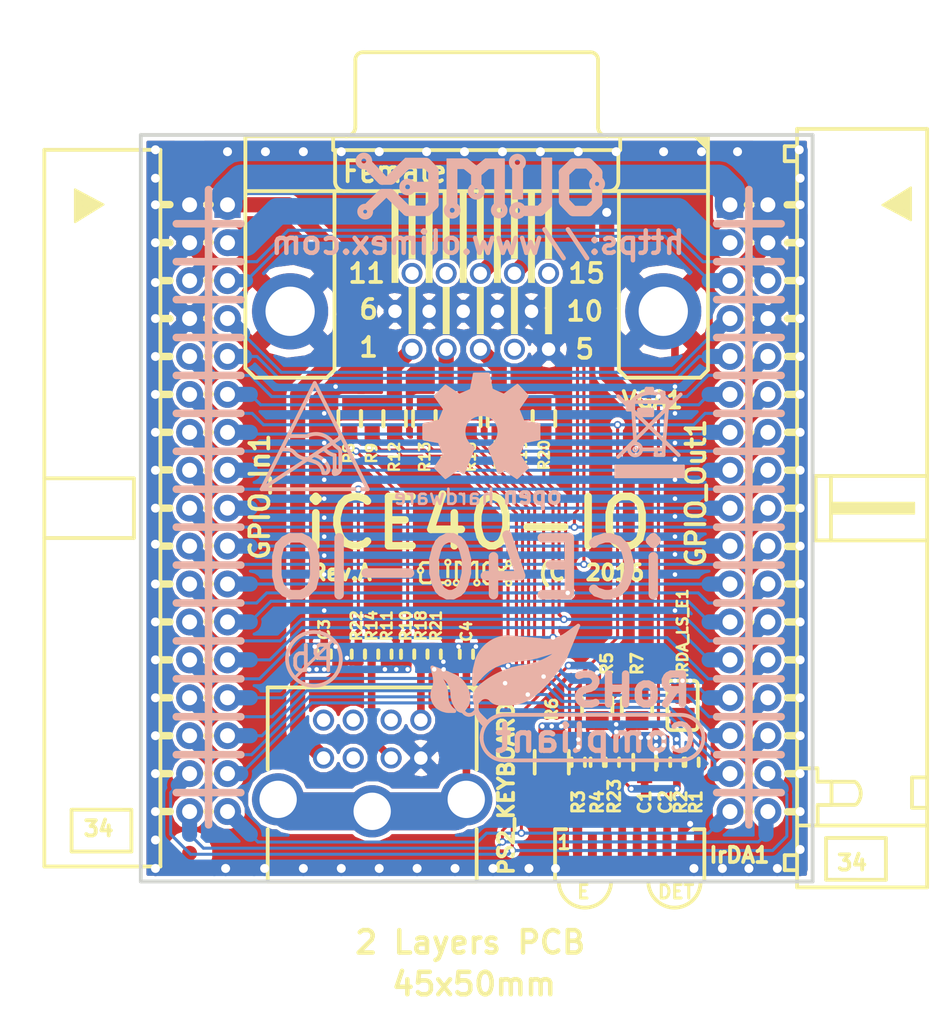
<source format=kicad_pcb>
(kicad_pcb (version 4) (host pcbnew 4.0.1-3.201512221401+6198~38~ubuntu15.10.1-stable)
  (layers (0 F.Cu signal) (31 B.Cu signal) (34 B.Paste user hide) (35 F.Paste user) (36 B.SilkS user hide) (37 F.SilkS user hide) (38 B.Mask user hide) (39 F.Mask user hide) (44 Edge.Cuts user))
  (net 0 "")
  (net 1 GND)
  (net 2 +5V)
  (net 3 +3V3)
  (net 4 /PIO3_1A)
  (net 5 /PIO3_1B)
  (net 6 /PIO3_2A)
  (net 7 /LED1)
  (net 8 /LED2)
  (net 9 /PIO3_2B)
  (net 10 /PIO2_1)
  (net 11 /PIO3_3A)
  (net 12 /PIO2_2)
  (net 13 /PIO3_3B)
  (net 14 /PIO2_3)
  (net 15 /PIO3_5A)
  (net 16 /PIO2_4)
  (net 17 /PIO3_5B)
  (net 18 /PIO2_7)
  (net 19 /PIO3_7B)
  (net 20 /PIO3_12A)
  (net 21 /PIO3_10A)
  (net 22 /PIO3_12B)
  (net 23 /PIO3_10B)
  (net 24 /PIO3_8B)
  (net 25 /PIO3_8A)
  (net 26 /PIO2_5)
  (net 27 /PIO2_6)
  (net 28 /PIO3_6B)
  (net 29 /PIO3_6A)
  (net 30 /EXTCLK)
  (net 31 /PIO2_9/RxD)
  (net 32 /PIO2_8/TxD)
  (net 33 "Net-(C1-Pad2)")
  (net 34 "Net-(C4-Pad2)")
  (net 35 "Net-(IrDA1-Pad1)")
  (net 36 "Net-(IrDA1-Pad2)")
  (net 37 "Net-(IrDA1-Pad5)")
  (net 38 "Net-(IRDA_LS_E1-Pad1)")
  (net 39 "Net-(PS2_KEYBOARD1-Pad1)")
  (net 40 "Net-(PS2_KEYBOARD1-Pad2)")
  (net 41 "Net-(PS2_KEYBOARD1-Pad5)")
  (net 42 "Net-(PS2_KEYBOARD1-Pad6)")
  (net 43 "Net-(PS2_KEYBOARD1-Pad7)")
  (net 44 "Net-(PS2_KEYBOARD1-Pad8)")
  (net 45 "Net-(R12-Pad2)")
  (net 46 "Net-(VGA1-Pad4)")
  (net 47 "Net-(VGA1-Pad11)")
  (net 48 "Net-(VGA1-Pad12)")
  (net 49 "Net-(VGA1-Pad15)")
  (net 50 "Net-(IrDA1-Pad4)")
  (net 51 "Net-(R13-Pad2)")
  (net 52 "Net-(R17-Pad2)")
  (module OLIMEX_LOGOs-FP:LOGO_OPENHARDWARE_8x8 (layer B.Cu) (at 147.828 89.9795 180)
    (fp_text reference "" hide)
    (fp_text value "" hide)
    (fp_text user hardware (at 2.51206 -4.2672 180) (layer B.SilkS) (effects (font (thickness 0.18)) (justify mirror)))
    (fp_text user open (at -3.40106 -4.17576 180) (layer B.SilkS) (effects (font (size 1.1 1.1) (thickness 0.254)) (justify mirror)))
  )
  (module "OLIMEX_Connectors-FP:VGA15-F(CD0515S21J0)" (layer F.Cu) (at 147.5 78 180)
    (fp_text reference VGA1 (at -11.758 -9.757 180) (layer F.SilkS) (effects (font (size 1.1 1.1) (thickness 0.254))))
    (fp_text value "VGA15-F(CD0515S21J0)")
    (fp_text user 6 (at 7.239 -3.683 180) (layer F.SilkS) (effects (font (size 1.27 1.27) (thickness 0.254))))
    (fp_text user 10 (at -7.239 -3.81 180) (layer F.SilkS) (effects (font (size 1.27 1.27) (thickness 0.254))))
    (fp_text user 15 (at -7.366 -1.27 180) (layer F.SilkS) (effects (font (size 1.27 1.27) (thickness 0.254))))
    (fp_text user 11 (at 7.366 -1.27 180) (layer F.SilkS) (effects (font (size 1.27 1.27) (thickness 0.254))))
    (fp_text user Female (at 5.4864 5.5372 180) (layer F.SilkS) (effects (font (size 1.4 1.3) (thickness 0.254))))
    (fp_text user 1 (at 7.239 -6.223 180) (layer F.SilkS) (effects (font (size 1.27 1.27) (thickness 0.254))))
    (fp_text user 5 (at -7.239 -6.35 180) (layer F.SilkS) (effects (font (size 1.27 1.27) (thickness 0.254))))
    (pad 1 thru_hole circle (at 4.329 -6.35 180) (size 1.4 1.4) (drill 0.9) (layers *.Cu *.Mask) (net 45 "Net-(R12-Pad2)"))
    (pad 2 thru_hole circle (at 2.043 -6.35 180) (size 1.4 1.4) (drill 0.9) (layers *.Cu *.Mask) (net 51 "Net-(R13-Pad2)"))
    (pad 3 thru_hole circle (at -0.243 -6.35 180) (size 1.4 1.4) (drill 0.9) (layers *.Cu *.Mask) (net 52 "Net-(R17-Pad2)"))
    (pad 4 thru_hole circle (at -2.529 -6.35 180) (size 1.4 1.4) (drill 0.9) (layers *.Cu *.Mask) (net 46 "Net-(VGA1-Pad4)"))
    (pad 5 thru_hole circle (at -4.815 -6.35 180) (size 1.4 1.4) (drill 0.9) (layers *.Cu *.Mask) (net 1 GND))
    (pad 6 thru_hole circle (at 5.472 -3.81 180) (size 1.4 1.4) (drill 0.9) (layers *.Cu *.Mask) (net 1 GND))
    (pad 7 thru_hole circle (at 3.186 -3.81 180) (size 1.4 1.4) (drill 0.9) (layers *.Cu *.Mask) (net 1 GND))
    (pad 8 thru_hole circle (at 0.9 -3.81 180) (size 1.4 1.4) (drill 0.9) (layers *.Cu *.Mask) (net 1 GND))
    (pad 9 thru_hole circle (at -1.386 -3.81 180) (size 1.4 1.4) (drill 0.9) (layers *.Cu *.Mask) (net 1 GND))
    (pad 10 thru_hole circle (at -3.672 -3.81 180) (size 1.4 1.4) (drill 0.9) (layers *.Cu *.Mask) (net 1 GND))
    (pad 11 thru_hole circle (at 4.329 -1.27 180) (size 1.4 1.4) (drill 0.9) (layers *.Cu *.Mask) (net 47 "Net-(VGA1-Pad11)"))
    (pad 12 thru_hole circle (at 2.043 -1.27 180) (size 1.4 1.4) (drill 0.9) (layers *.Cu *.Mask) (net 48 "Net-(VGA1-Pad12)"))
    (pad 13 thru_hole circle (at -0.243 -1.27 180) (size 1.4 1.4) (drill 0.9) (layers *.Cu *.Mask) (net 27 /PIO2_6))
    (pad 14 thru_hole circle (at -2.529 -1.27 180) (size 1.4 1.4) (drill 0.9) (layers *.Cu *.Mask) (net 18 /PIO2_7))
    (pad 15 thru_hole circle (at -4.815 -1.27 180) (size 1.4 1.4) (drill 0.9) (layers *.Cu *.Mask) (net 49 "Net-(VGA1-Pad15)"))
    (pad 16 thru_hole circle (at -12.497 -3.81 180) (size 5.1 5.1) (drill 3.3) (layers *.Cu *.Mask) (net 1 GND))
    (pad 17 thru_hole circle (at 12.497 -3.81 180) (size 5.1 5.1) (drill 3.3) (layers *.Cu *.Mask) (net 1 GND))
  )
  (module OLIMEX_RLC-FP:R_0402_5MIL_DWS (layer F.Cu) (at 156.591 112.014 90)
    (fp_text reference R23 (at -2.286 0.127 90) (layer F.SilkS) (effects (font (size 0.8 0.8) (thickness 0.2))))
    (fp_text value NA)
    (pad 1 smd rect (at -0.508 0 270) (size 0.5 0.55) (layers F.Cu F.Paste F.Mask) (net 37 "Net-(IrDA1-Pad5)"))
    (pad 2 smd rect (at 0.508 0 90) (size 0.5 0.55) (layers F.Cu F.Paste F.Mask) (net 38 "Net-(IRDA_LS_E1-Pad1)"))
  )
  (module OLIMEX_RLC-FP:C_0603_5MIL_DWS (layer F.Cu) (at 158.75 112.014 270)
    (fp_text reference C1 (at 2.667 0 270) (layer F.SilkS) (effects (font (size 0.8 0.8) (thickness 0.2))))
    (fp_text value 22uF/6.3V)
    (pad 1 smd rect (at -0.889 0 270) (size 1.016 1.016) (layers F.Cu F.Paste F.Mask) (net 1 GND) (clearance 0.0508))
    (pad 2 smd rect (at 0.889 0 270) (size 1.016 1.016) (layers F.Cu F.Paste F.Mask) (net 33 "Net-(C1-Pad2)") (clearance 0.0508))
  )
  (module OLIMEX_RLC-FP:R_0402_5MIL_DWS (layer F.Cu) (at 161.925 112.014 270)
    (fp_text reference R1 (at 2.667 -0.254 270) (layer F.SilkS) (effects (font (size 0.8 0.8) (thickness 0.2))))
    (fp_text value NA)
    (pad 1 smd rect (at -0.508 0 90) (size 0.5 0.55) (layers F.Cu F.Paste F.Mask) (net 7 /LED1))
    (pad 2 smd rect (at 0.508 0 270) (size 0.5 0.55) (layers F.Cu F.Paste F.Mask) (net 38 "Net-(IRDA_LS_E1-Pad1)"))
  )
  (module OLIMEX_RLC-FP:R_0402_5MIL_DWS (layer F.Cu) (at 160.909 112.014 90)
    (fp_text reference R2 (at -2.667 0.254 90) (layer F.SilkS) (effects (font (size 0.8 0.8) (thickness 0.2))))
    (fp_text value 10k)
    (pad 1 smd rect (at -0.508 0 270) (size 0.5 0.55) (layers F.Cu F.Paste F.Mask) (net 38 "Net-(IRDA_LS_E1-Pad1)"))
    (pad 2 smd rect (at 0.508 0 90) (size 0.5 0.55) (layers F.Cu F.Paste F.Mask) (net 3 +3V3))
  )
  (module OLIMEX_RLC-FP:R_0402_5MIL_DWS (layer F.Cu) (at 154.305 112.014 90)
    (fp_text reference R3 (at -2.667 0 90) (layer F.SilkS) (effects (font (size 0.8 0.8) (thickness 0.2))))
    (fp_text value "NA(10k)")
    (pad 1 smd rect (at -0.508 0 270) (size 0.5 0.55) (layers F.Cu F.Paste F.Mask) (net 8 /LED2))
    (pad 2 smd rect (at 0.508 0 90) (size 0.5 0.55) (layers F.Cu F.Paste F.Mask) (net 1 GND))
  )
  (module OLIMEX_RLC-FP:R_0402_5MIL_DWS (layer F.Cu) (at 155.575 112.014 90)
    (fp_text reference R4 (at -2.667 0 90) (layer F.SilkS) (effects (font (size 0.8 0.8) (thickness 0.2))))
    (fp_text value NA)
    (pad 1 smd rect (at -0.508 0 270) (size 0.5 0.55) (layers F.Cu F.Paste F.Mask) (net 50 "Net-(IrDA1-Pad4)"))
    (pad 2 smd rect (at 0.508 0 90) (size 0.5 0.55) (layers F.Cu F.Paste F.Mask) (net 3 +3V3))
  )
  (module OLIMEX_RLC-FP:C_0402_5MIL_DWS (layer F.Cu) (at 160.02 112.014 270)
    (fp_text reference C2 (at 2.667 -0.127 270) (layer F.SilkS) (effects (font (size 0.8 0.8) (thickness 0.2))))
    (fp_text value 100nF)
    (pad 1 smd rect (at -0.508 0 90) (size 0.5 0.55) (layers F.Cu F.Paste F.Mask) (net 1 GND))
    (pad 2 smd rect (at 0.508 0 270) (size 0.5 0.55) (layers F.Cu F.Paste F.Mask) (net 33 "Net-(C1-Pad2)"))
  )
  (module OLIMEX_RLC-FP:C_0402_5MIL_DWS (layer F.Cu) (at 137.287 104.775 270)
    (fp_text reference C3 (at -1.651 0 270) (layer F.SilkS) (effects (font (size 0.7 0.7) (thickness 0.175))))
    (fp_text value 100nF)
    (pad 1 smd rect (at -0.508 0 90) (size 0.5 0.55) (layers F.Cu F.Paste F.Mask) (net 1 GND))
    (pad 2 smd rect (at 0.508 0 270) (size 0.5 0.55) (layers F.Cu F.Paste F.Mask) (net 2 +5V))
  )
  (module OLIMEX_RLC-FP:R_0402_5MIL_DWS (layer F.Cu) (at 142.875 104.775 90)
    (fp_text reference R10 (at 1.905 -0.127 90) (layer F.SilkS) (effects (font (size 0.7 0.7) (thickness 0.175))))
    (fp_text value 5.6k)
    (pad 1 smd rect (at -0.508 0 270) (size 0.5 0.55) (layers F.Cu F.Paste F.Mask) (net 2 +5V))
    (pad 2 smd rect (at 0.508 0 90) (size 0.5 0.55) (layers F.Cu F.Paste F.Mask) (net 31 /PIO2_9/RxD))
  )
  (module OLIMEX_RLC-FP:C_0402_5MIL_DWS (layer F.Cu) (at 146.812 104.775 270)
    (fp_text reference C4 (at -1.524 0 270) (layer F.SilkS) (effects (font (size 0.7 0.7) (thickness 0.175))))
    (fp_text value 10nF)
    (pad 1 smd rect (at -0.508 0 90) (size 0.5 0.55) (layers F.Cu F.Paste F.Mask) (net 1 GND))
    (pad 2 smd rect (at 0.508 0 270) (size 0.5 0.55) (layers F.Cu F.Paste F.Mask) (net 34 "Net-(C4-Pad2)"))
  )
  (module OLIMEX_IC-FP:TFDU4100_PACK (layer F.Cu) (at 157.75 118 180)
    (fp_text reference IrDA1 (at -7.35 -0.237 180) (layer F.SilkS) (effects (font (size 1.016 1.016) (thickness 0.254))))
    (fp_text value TFDU4100)
    (fp_text user E (at 3.1 -2.7 180) (layer F.SilkS) (effects (font (size 0.9 0.9) (thickness 0.2))))
    (fp_text user DET (at -3.1 -2.7 180) (layer F.SilkS) (effects (font (size 0.9 0.9) (thickness 0.2))))
    (fp_text user 1 (at 4.4 0.6 180) (layer F.SilkS) (effects (font (size 0.9 0.9) (thickness 0.2))))
    (pad 1 smd rect (at 3.5 0) (size 0.6 2.5) (layers F.Cu F.Paste F.Mask) (net 35 "Net-(IrDA1-Pad1)"))
    (pad 2 smd rect (at 2.5 0) (size 0.6 2.5) (layers F.Cu F.Paste F.Mask) (net 36 "Net-(IrDA1-Pad2)"))
    (pad 3 smd rect (at 1.5 0) (size 0.6 2.5) (layers F.Cu F.Paste F.Mask) (net 8 /LED2))
    (pad 4 smd rect (at 0.5 0) (size 0.6 2.5) (layers F.Cu F.Paste F.Mask) (net 50 "Net-(IrDA1-Pad4)"))
    (pad 5 smd rect (at -0.5 0) (size 0.6 2.5) (layers F.Cu F.Paste F.Mask) (net 37 "Net-(IrDA1-Pad5)"))
    (pad 6 smd rect (at -1.5 0) (size 0.6 2.5) (layers F.Cu F.Paste F.Mask) (net 33 "Net-(C1-Pad2)"))
    (pad 7 smd rect (at -2.5 0) (size 0.6 2.5) (layers F.Cu F.Paste F.Mask) (net 38 "Net-(IRDA_LS_E1-Pad1)"))
    (pad 8 smd rect (at -3.5 0) (size 0.6 2.5) (layers F.Cu F.Paste F.Mask) (net 1 GND))
  )
  (module OLIMEX_Jumpers-FP:SJ (layer F.Cu) (at 161.29 108.204 90)
    (fp_text reference IRDA_LS_E1 (at 4.826 0 90) (layer F.SilkS) (effects (font (size 0.7 0.7) (thickness 0.175))))
    (fp_text value Opened)
    (pad 1 smd rect (at -0.762 0 90) (size 1.1684 1.6002) (layers F.Cu F.Mask) (net 38 "Net-(IRDA_LS_E1-Pad1)") (clearance 0.0508))
    (pad 1 smd rect (at -0.762 0 90) (size 1.1684 1.6002) (layers F.Cu F.Mask) (net 38 "Net-(IRDA_LS_E1-Pad1)"))
    (pad 2 smd rect (at 0.762 0 90) (size 1.1684 1.6002) (layers F.Cu F.Mask) (net 1 GND) (clearance 0.0508))
  )
  (module OLIMEX_RLC-FP:C_0603_5MIL_DWS (layer F.Cu) (at 139 89 90)
    (fp_text reference R8 (at -2.313 -0.062 270) (layer F.SilkS) (effects (font (size 0.7 0.7) (thickness 0.15875))))
    (fp_text value 470R)
    (pad 1 smd rect (at -0.889 0 90) (size 1.016 1.016) (layers F.Cu F.Paste F.Mask) (net 25 /PIO3_8A) (clearance 0.0508))
    (pad 2 smd rect (at 0.889 0 90) (size 1.016 1.016) (layers F.Cu F.Paste F.Mask) (net 45 "Net-(R12-Pad2)") (clearance 0.0508))
  )
  (module OLIMEX_RLC-FP:C_0603_5MIL_DWS (layer F.Cu) (at 142 89 90)
    (fp_text reference R12 (at -2.567 -0.014 90) (layer F.SilkS) (effects (font (size 0.7 0.7) (thickness 0.15875))))
    (fp_text value 1.8k)
    (pad 1 smd rect (at -0.889 0 90) (size 1.016 1.016) (layers F.Cu F.Paste F.Mask) (net 20 /PIO3_12A) (clearance 0.0508))
    (pad 2 smd rect (at 0.889 0 90) (size 1.016 1.016) (layers F.Cu F.Paste F.Mask) (net 45 "Net-(R12-Pad2)") (clearance 0.0508))
  )
  (module OLIMEX_RLC-FP:C_0603_5MIL_DWS (layer F.Cu) (at 145.5 89 90)
    (fp_text reference R15 (at -2.567 0.042 90) (layer F.SilkS) (effects (font (size 0.7 0.7) (thickness 0.15875))))
    (fp_text value 1k)
    (pad 1 smd rect (at -0.889 0 90) (size 1.016 1.016) (layers F.Cu F.Paste F.Mask) (net 10 /PIO2_1) (clearance 0.0508))
    (pad 2 smd rect (at 0.889 0 90) (size 1.016 1.016) (layers F.Cu F.Paste F.Mask) (net 51 "Net-(R13-Pad2)") (clearance 0.0508))
  )
  (module OLIMEX_RLC-FP:C_0603_5MIL_DWS (layer F.Cu) (at 147 89 90)
    (fp_text reference R16 (at -2.567 0.066 90) (layer F.SilkS) (effects (font (size 0.7 0.7) (thickness 0.15875))))
    (fp_text value 1.8k)
    (pad 1 smd rect (at -0.889 0 90) (size 1.016 1.016) (layers F.Cu F.Paste F.Mask) (net 12 /PIO2_2) (clearance 0.0508))
    (pad 2 smd rect (at 0.889 0 90) (size 1.016 1.016) (layers F.Cu F.Paste F.Mask) (net 51 "Net-(R13-Pad2)") (clearance 0.0508))
  )
  (module OLIMEX_RLC-FP:C_0603_5MIL_DWS (layer F.Cu) (at 150.5 89 90)
    (fp_text reference R19 (at -2.44 -0.005 90) (layer F.SilkS) (effects (font (size 0.7 0.7) (thickness 0.15875))))
    (fp_text value 1k)
    (pad 1 smd rect (at -0.889 0 90) (size 1.016 1.016) (layers F.Cu F.Paste F.Mask) (net 16 /PIO2_4) (clearance 0.0508))
    (pad 2 smd rect (at 0.889 0 90) (size 1.016 1.016) (layers F.Cu F.Paste F.Mask) (net 52 "Net-(R17-Pad2)") (clearance 0.0508))
  )
  (module OLIMEX_RLC-FP:R_0402_5MIL_DWS (layer F.Cu) (at 144.653 104.775 270)
    (fp_text reference R21 (at -1.905 -0.127 270) (layer F.SilkS) (effects (font (size 0.7 0.7) (thickness 0.175))))
    (fp_text value 10k)
    (pad 1 smd rect (at -0.508 0 90) (size 0.5 0.55) (layers F.Cu F.Paste F.Mask) (net 31 /PIO2_9/RxD))
    (pad 2 smd rect (at 0.508 0 270) (size 0.5 0.55) (layers F.Cu F.Paste F.Mask) (net 1 GND))
  )
  (module OLIMEX_RLC-FP:R_0402_5MIL_DWS (layer F.Cu) (at 139.573 104.775 270)
    (fp_text reference R22 (at -1.905 0.127 270) (layer F.SilkS) (effects (font (size 0.7 0.7) (thickness 0.175))))
    (fp_text value 10k)
    (pad 1 smd rect (at -0.508 0 90) (size 0.5 0.55) (layers F.Cu F.Paste F.Mask) (net 32 /PIO2_8/TxD))
    (pad 2 smd rect (at 0.508 0 270) (size 0.5 0.55) (layers F.Cu F.Paste F.Mask) (net 1 GND))
  )
  (module OLIMEX_RLC-FP:R_0805_5MIL_DWS (layer F.Cu) (at 155.575 108.204 270)
    (fp_text reference R5 (at -2.794 -0.635 270) (layer F.SilkS) (effects (font (size 0.762 0.762) (thickness 0.1905))))
    (fp_text value 47R)
    (pad 1 smd rect (at -1.016 0) (size 1.524 1.27) (layers F.Cu F.Paste F.Mask) (net 23 /PIO3_10B))
    (pad 2 smd rect (at 1.016 0) (size 1.524 1.27) (layers F.Cu F.Paste F.Mask) (net 50 "Net-(IrDA1-Pad4)"))
  )
  (module OLIMEX_RLC-FP:R_1206_5MIL_DWS (layer F.Cu) (at 152.527 112.014 90)
    (fp_text reference R6 (at 3.556 0 90) (layer F.SilkS) (effects (font (size 0.762 0.762) (thickness 0.1905))))
    (fp_text value 15R)
    (pad 1 smd rect (at -1.397 0 90) (size 1.524 1.778) (layers F.Cu F.Paste F.Mask) (net 35 "Net-(IrDA1-Pad1)"))
    (pad 2 smd rect (at 1.397 0 90) (size 1.524 1.778) (layers F.Cu F.Paste F.Mask) (net 3 +3V3))
  )
  (module OLIMEX_RLC-FP:R_0805_5MIL_DWS (layer F.Cu) (at 158.242 108.204 90)
    (fp_text reference R7 (at 2.794 0 90) (layer F.SilkS) (effects (font (size 0.762 0.762) (thickness 0.1905))))
    (fp_text value 47R)
    (pad 1 smd rect (at -1.016 0 180) (size 1.524 1.27) (layers F.Cu F.Paste F.Mask) (net 33 "Net-(C1-Pad2)"))
    (pad 2 smd rect (at 1.016 0 180) (size 1.524 1.27) (layers F.Cu F.Paste F.Mask) (net 3 +3V3))
  )
  (module OLIMEX_RLC-FP:C_0603_5MIL_DWS (layer F.Cu) (at 140.5 89 90)
    (fp_text reference R9 (at -2.313 -0.038 90) (layer F.SilkS) (effects (font (size 0.7 0.7) (thickness 0.15875))))
    (fp_text value 1k)
    (pad 1 smd rect (at -0.889 0 90) (size 1.016 1.016) (layers F.Cu F.Paste F.Mask) (net 24 /PIO3_8B) (clearance 0.0508))
    (pad 2 smd rect (at 0.889 0 90) (size 1.016 1.016) (layers F.Cu F.Paste F.Mask) (net 45 "Net-(R12-Pad2)") (clearance 0.0508))
  )
  (module OLIMEX_RLC-FP:R_0402_5MIL_DWS (layer F.Cu) (at 141.351 104.775 90)
    (fp_text reference R11 (at 1.905 0.127 90) (layer F.SilkS) (effects (font (size 0.7 0.7) (thickness 0.175))))
    (fp_text value 5.6k)
    (pad 1 smd rect (at -0.508 0 270) (size 0.5 0.55) (layers F.Cu F.Paste F.Mask) (net 2 +5V))
    (pad 2 smd rect (at 0.508 0 90) (size 0.5 0.55) (layers F.Cu F.Paste F.Mask) (net 32 /PIO2_8/TxD))
  )
  (module OLIMEX_RLC-FP:C_0603_5MIL_DWS (layer F.Cu) (at 144 89 90)
    (fp_text reference R13 (at -2.567 0.018 90) (layer F.SilkS) (effects (font (size 0.7 0.7) (thickness 0.15875))))
    (fp_text value 470R)
    (pad 1 smd rect (at -0.889 0 90) (size 1.016 1.016) (layers F.Cu F.Paste F.Mask) (net 22 /PIO3_12B) (clearance 0.0508))
    (pad 2 smd rect (at 0.889 0 90) (size 1.016 1.016) (layers F.Cu F.Paste F.Mask) (net 51 "Net-(R13-Pad2)") (clearance 0.0508))
  )
  (module OLIMEX_RLC-FP:R_0402_5MIL_DWS (layer F.Cu) (at 140.462 104.775 270)
    (fp_text reference R14 (at -1.905 0 270) (layer F.SilkS) (effects (font (size 0.7 0.7) (thickness 0.175))))
    (fp_text value 200R)
    (pad 1 smd rect (at -0.508 0 90) (size 0.5 0.55) (layers F.Cu F.Paste F.Mask) (net 32 /PIO2_8/TxD))
    (pad 2 smd rect (at 0.508 0 270) (size 0.5 0.55) (layers F.Cu F.Paste F.Mask) (net 39 "Net-(PS2_KEYBOARD1-Pad1)"))
  )
  (module OLIMEX_RLC-FP:C_0603_5MIL_DWS (layer F.Cu) (at 149 89 90)
    (fp_text reference R17 (at -2.44 0.098 90) (layer F.SilkS) (effects (font (size 0.7 0.7) (thickness 0.15875))))
    (fp_text value 470R)
    (pad 1 smd rect (at -0.889 0 90) (size 1.016 1.016) (layers F.Cu F.Paste F.Mask) (net 14 /PIO2_3) (clearance 0.0508))
    (pad 2 smd rect (at 0.889 0 90) (size 1.016 1.016) (layers F.Cu F.Paste F.Mask) (net 52 "Net-(R17-Pad2)") (clearance 0.0508))
  )
  (module OLIMEX_RLC-FP:R_0402_5MIL_DWS (layer F.Cu) (at 143.764 104.775 270)
    (fp_text reference R18 (at -1.905 0 270) (layer F.SilkS) (effects (font (size 0.7 0.7) (thickness 0.175))))
    (fp_text value 200R)
    (pad 1 smd rect (at -0.508 0 90) (size 0.5 0.55) (layers F.Cu F.Paste F.Mask) (net 31 /PIO2_9/RxD))
    (pad 2 smd rect (at 0.508 0 270) (size 0.5 0.55) (layers F.Cu F.Paste F.Mask) (net 41 "Net-(PS2_KEYBOARD1-Pad5)"))
  )
  (module OLIMEX_RLC-FP:C_0603_5MIL_DWS (layer F.Cu) (at 152 89 90)
    (fp_text reference R20 (at -2.44 0.019 90) (layer F.SilkS) (effects (font (size 0.7 0.7) (thickness 0.15875))))
    (fp_text value 1.8k)
    (pad 1 smd rect (at -0.889 0 90) (size 1.016 1.016) (layers F.Cu F.Paste F.Mask) (net 26 /PIO2_5) (clearance 0.0508))
    (pad 2 smd rect (at 0.889 0 90) (size 1.016 1.016) (layers F.Cu F.Paste F.Mask) (net 52 "Net-(R17-Pad2)") (clearance 0.0508))
  )
  (module OLIMEX_Other-FP:Fiducial1x3 (layer F.Cu) (at 128.27 118.11)
    (fp_text reference "" (at 0 3) (layer F.SilkS))
    (fp_text value "")
    (pad Fid1 connect circle (at 0 0) (size 1 1) (layers F.Cu F.Mask) (clearance 1.016))
  )
  (module OLIMEX_Other-FP:Fiducial1x3 (layer F.Cu) (at 128.27 71.755)
    (fp_text reference "" (at 0 3) (layer F.SilkS))
    (fp_text value "")
    (pad Fid2 connect circle (at 0 0) (size 1 1) (layers F.Cu F.Mask) (clearance 1.016))
  )
  (module OLIMEX_Other-FP:Fiducial1x3 (layer F.Cu) (at 167.005 71.755)
    (fp_text reference "" (at 0 3) (layer F.SilkS))
    (fp_text value "")
    (pad Fid3 connect circle (at 0 0) (size 1 1) (layers F.Cu F.Mask) (clearance 1.016))
  )
  (module OLIMEX_LOGOs-FP:OLIMEX_LOGO_TB (layer B.Cu) (at 147.574 73.406 180)
    (fp_text reference "" hide)
    (fp_text value "" hide)
  )
  (module OLIMEX_LOGOs-FP:OLIMEX_LOGO_SMALL_TB (layer F.Cu) (at 146.685 99.314)
    (fp_text reference "" (at -1.2827 -14.4145) (layer F.SilkS) (effects (font (size 1.1 1.1) (thickness 0.254))))
    (fp_text value "")
  )
  (module OLIMEX_LOGOs-FP:LOGO_PBFREE (layer B.Cu) (at 136.398 105.41 180)
    (fp_text reference "" (at -0.2794 3.52552 180) (layer B.SilkS) (effects (justify mirror)))
    (fp_text value "")
    (fp_text user Pb (at -0.08636 0.33528 180) (layer B.SilkS) (effects (font (size 1.7 1.5) (thickness 0.254)) (justify mirror)))
  )
  (module OLIMEX_LOGOs-FP:LOGO_ROHS_1 (layer B.Cu) (at 161.671 111.252 180)
    (fp_text reference Ref** hide)
    (fp_text value Val** hide)
    (fp_text user RoHS (at 3.81508 4.04368 180) (layer B.SilkS) (effects (font (size 2 2) (thickness 0.5)) (justify mirror)))
    (fp_text user Compliant (at 6.20014 0.8382 180) (layer B.SilkS) (effects (font (size 1.778 1.778) (thickness 0.35)) (justify mirror)))
  )
  (module OLIMEX_LOGOs-FP:LOGO_RECYCLEBIN_1 (layer B.Cu) (at 161.417 92.964 180)
    (fp_text reference "" hide)
    (fp_text value "" hide)
  )
  (module OLIMEX_Connectors-FP:IDC34R_PCB (layer F.Cu) (at 129.54 94.996 90)
    (fp_text reference GPIO_In1 (at 0.762 3.429 90) (layer F.SilkS) (effects (font (size 1.27 1.27) (thickness 0.254))))
    (fp_text value IDC34R)
    (fp_text user 34 (at -21.463 -7.366 180) (layer F.SilkS) (effects (font (size 1.016 1.016) (thickness 0.254))))
    (pad 1 thru_hole rect (at 20.32 1.27 270) (size 1.75 1.75) (drill 1) (layers *.Cu *.Mask) (net 2 +5V))
    (pad 2 thru_hole circle (at 20.32 -1.27 270) (size 1.8 1.8) (drill 1) (layers *.Cu *.Mask) (net 1 GND))
    (pad 3 thru_hole circle (at 17.78 1.27 270) (size 1.8 1.8) (drill 1) (layers *.Cu *.Mask) (net 3 +3V3))
    (pad 4 thru_hole circle (at 17.78 -1.27 270) (size 1.8 1.8) (drill 1) (layers *.Cu *.Mask) (net 1 GND))
    (pad 5 thru_hole circle (at 15.24 1.27 270) (size 1.8 1.8) (drill 1) (layers *.Cu *.Mask) (net 4 /PIO3_1A))
    (pad 6 thru_hole circle (at 15.24 -1.27 270) (size 1.8 1.8) (drill 1) (layers *.Cu *.Mask) (net 30 /EXTCLK))
    (pad 7 thru_hole circle (at 12.7 1.27 270) (size 1.8 1.8) (drill 1) (layers *.Cu *.Mask) (net 5 /PIO3_1B))
    (pad 8 thru_hole circle (at 12.7 -1.27 270) (size 1.8 1.8) (drill 1) (layers *.Cu *.Mask) (net 1 GND))
    (pad 9 thru_hole circle (at 10.16 1.27 270) (size 1.8 1.8) (drill 1) (layers *.Cu *.Mask) (net 6 /PIO3_2A))
    (pad 10 thru_hole circle (at 10.16 -1.27 270) (size 1.8 1.8) (drill 1) (layers *.Cu *.Mask) (net 7 /LED1))
    (pad 12 thru_hole circle (at 7.62 -1.27 270) (size 1.8 1.8) (drill 1) (layers *.Cu *.Mask) (net 8 /LED2))
    (pad 11 thru_hole circle (at 7.62 1.27 270) (size 1.8 1.8) (drill 1) (layers *.Cu *.Mask) (net 9 /PIO3_2B))
    (pad 14 thru_hole circle (at 5.08 -1.27 270) (size 1.8 1.8) (drill 1) (layers *.Cu *.Mask) (net 31 /PIO2_9/RxD))
    (pad 13 thru_hole circle (at 5.08 1.27 270) (size 1.8 1.8) (drill 1) (layers *.Cu *.Mask) (net 11 /PIO3_3A))
    (pad 16 thru_hole circle (at 2.54 -1.27 270) (size 1.8 1.8) (drill 1) (layers *.Cu *.Mask) (net 32 /PIO2_8/TxD))
    (pad 15 thru_hole circle (at 2.54 1.27 270) (size 1.8 1.8) (drill 1) (layers *.Cu *.Mask) (net 13 /PIO3_3B))
    (pad 18 thru_hole circle (at 0 -1.27 270) (size 1.8 1.8) (drill 1) (layers *.Cu *.Mask) (net 18 /PIO2_7))
    (pad 17 thru_hole circle (at 0 1.27 270) (size 1.8 1.8) (drill 1) (layers *.Cu *.Mask) (net 15 /PIO3_5A))
    (pad 20 thru_hole circle (at -2.54 -1.27 270) (size 1.8 1.8) (drill 1) (layers *.Cu *.Mask) (net 27 /PIO2_6))
    (pad 19 thru_hole circle (at -2.54 1.27 270) (size 1.8 1.8) (drill 1) (layers *.Cu *.Mask) (net 17 /PIO3_5B))
    (pad 26 thru_hole circle (at -10.16 -1.27 270) (size 1.8 1.8) (drill 1) (layers *.Cu *.Mask) (net 14 /PIO2_3))
    (pad 25 thru_hole circle (at -10.16 1.27 270) (size 1.8 1.8) (drill 1) (layers *.Cu *.Mask) (net 19 /PIO3_7B))
    (pad 34 thru_hole circle (at -20.32 -1.27 270) (size 1.8 1.8) (drill 1) (layers *.Cu *.Mask) (net 20 /PIO3_12A))
    (pad 31 thru_hole circle (at -17.78 1.27 270) (size 1.8 1.8) (drill 1) (layers *.Cu *.Mask) (net 21 /PIO3_10A))
    (pad 32 thru_hole circle (at -17.78 -1.27 270) (size 1.8 1.8) (drill 1) (layers *.Cu *.Mask) (net 22 /PIO3_12B))
    (pad 33 thru_hole circle (at -20.32 1.27 270) (size 1.8 1.8) (drill 1) (layers *.Cu *.Mask) (net 23 /PIO3_10B))
    (pad 29 thru_hole circle (at -15.24 1.27 270) (size 1.8 1.8) (drill 1) (layers *.Cu *.Mask) (net 24 /PIO3_8B))
    (pad 28 thru_hole circle (at -12.7 -1.27 270) (size 1.8 1.8) (drill 1) (layers *.Cu *.Mask) (net 12 /PIO2_2))
    (pad 30 thru_hole circle (at -15.24 -1.27 270) (size 1.8 1.8) (drill 1) (layers *.Cu *.Mask) (net 10 /PIO2_1))
    (pad 27 thru_hole circle (at -12.7 1.27 270) (size 1.8 1.8) (drill 1) (layers *.Cu *.Mask) (net 25 /PIO3_8A))
    (pad 22 thru_hole circle (at -5.08 -1.27 270) (size 1.8 1.8) (drill 1) (layers *.Cu *.Mask) (net 26 /PIO2_5))
    (pad 24 thru_hole circle (at -7.62 -1.27 270) (size 1.8 1.8) (drill 1) (layers *.Cu *.Mask) (net 16 /PIO2_4))
    (pad 23 thru_hole circle (at -7.62 1.27 270) (size 1.8 1.8) (drill 1) (layers *.Cu *.Mask) (net 28 /PIO3_6B))
    (pad 21 thru_hole circle (at -5.08 1.27 270) (size 1.8 1.8) (drill 1) (layers *.Cu *.Mask) (net 29 /PIO3_6A))
  )
  (module OLIMEX_Connectors-FP:BH34R (layer F.Cu) (at 165.735 94.996 270)
    (fp_text reference GPIO_Out1 (at -1.016 3.556 270) (layer F.SilkS) (effects (font (size 1.27 1.27) (thickness 0.254))))
    (fp_text value BH34R)
    (fp_text user 34 (at 23.749 -6.9088 360) (layer F.SilkS) (effects (font (size 1.016 1.016) (thickness 0.254))))
    (pad 1 thru_hole rect (at -20.32 1.27 270) (size 1.75 1.75) (drill 1) (layers *.Cu *.Mask) (net 2 +5V))
    (pad 2 thru_hole circle (at -20.32 -1.27 270) (size 1.8 1.8) (drill 1) (layers *.Cu *.Mask) (net 1 GND))
    (pad 3 thru_hole circle (at -17.78 1.27 270) (size 1.8 1.8) (drill 1) (layers *.Cu *.Mask) (net 3 +3V3))
    (pad 4 thru_hole circle (at -17.78 -1.27 270) (size 1.8 1.8) (drill 1) (layers *.Cu *.Mask) (net 1 GND))
    (pad 5 thru_hole circle (at -15.24 1.27 270) (size 1.8 1.8) (drill 1) (layers *.Cu *.Mask) (net 4 /PIO3_1A))
    (pad 6 thru_hole circle (at -15.24 -1.27 270) (size 1.8 1.8) (drill 1) (layers *.Cu *.Mask) (net 30 /EXTCLK))
    (pad 7 thru_hole circle (at -12.7 1.27 270) (size 1.8 1.8) (drill 1) (layers *.Cu *.Mask) (net 5 /PIO3_1B))
    (pad 8 thru_hole circle (at -12.7 -1.27 270) (size 1.8 1.8) (drill 1) (layers *.Cu *.Mask) (net 1 GND))
    (pad 9 thru_hole circle (at -10.16 1.27 270) (size 1.8 1.8) (drill 1) (layers *.Cu *.Mask) (net 6 /PIO3_2A))
    (pad 10 thru_hole circle (at -10.16 -1.27 270) (size 1.8 1.8) (drill 1) (layers *.Cu *.Mask) (net 7 /LED1))
    (pad 12 thru_hole circle (at -7.62 -1.27 270) (size 1.8 1.8) (drill 1) (layers *.Cu *.Mask) (net 8 /LED2))
    (pad 11 thru_hole circle (at -7.62 1.27 270) (size 1.8 1.8) (drill 1) (layers *.Cu *.Mask) (net 9 /PIO3_2B))
    (pad 14 thru_hole circle (at -5.08 -1.27 270) (size 1.8 1.8) (drill 1) (layers *.Cu *.Mask) (net 31 /PIO2_9/RxD))
    (pad 13 thru_hole circle (at -5.08 1.27 270) (size 1.8 1.8) (drill 1) (layers *.Cu *.Mask) (net 11 /PIO3_3A))
    (pad 16 thru_hole circle (at -2.54 -1.27 270) (size 1.8 1.8) (drill 1) (layers *.Cu *.Mask) (net 32 /PIO2_8/TxD))
    (pad 15 thru_hole circle (at -2.54 1.27 270) (size 1.8 1.8) (drill 1) (layers *.Cu *.Mask) (net 13 /PIO3_3B))
    (pad 18 thru_hole circle (at 0 -1.27 270) (size 1.8 1.8) (drill 1) (layers *.Cu *.Mask) (net 18 /PIO2_7))
    (pad 17 thru_hole circle (at 0 1.27 270) (size 1.8 1.8) (drill 1) (layers *.Cu *.Mask) (net 15 /PIO3_5A))
    (pad 20 thru_hole circle (at 2.54 -1.27 270) (size 1.8 1.8) (drill 1) (layers *.Cu *.Mask) (net 27 /PIO2_6))
    (pad 19 thru_hole circle (at 2.54 1.27 270) (size 1.8 1.8) (drill 1) (layers *.Cu *.Mask) (net 17 /PIO3_5B))
    (pad 26 thru_hole circle (at 10.16 -1.27 270) (size 1.8 1.8) (drill 1) (layers *.Cu *.Mask) (net 14 /PIO2_3))
    (pad 25 thru_hole circle (at 10.16 1.27 270) (size 1.8 1.8) (drill 1) (layers *.Cu *.Mask) (net 19 /PIO3_7B))
    (pad 34 thru_hole circle (at 20.32 -1.27 270) (size 1.8 1.8) (drill 1) (layers *.Cu *.Mask) (net 20 /PIO3_12A))
    (pad 31 thru_hole circle (at 17.78 1.27 270) (size 1.8 1.8) (drill 1) (layers *.Cu *.Mask) (net 21 /PIO3_10A))
    (pad 32 thru_hole circle (at 17.78 -1.27 270) (size 1.8 1.8) (drill 1) (layers *.Cu *.Mask) (net 22 /PIO3_12B))
    (pad 33 thru_hole circle (at 20.32 1.27 270) (size 1.8 1.8) (drill 1) (layers *.Cu *.Mask) (net 23 /PIO3_10B))
    (pad 29 thru_hole circle (at 15.24 1.27 270) (size 1.8 1.8) (drill 1) (layers *.Cu *.Mask) (net 24 /PIO3_8B))
    (pad 28 thru_hole circle (at 12.7 -1.27 270) (size 1.8 1.8) (drill 1) (layers *.Cu *.Mask) (net 12 /PIO2_2))
    (pad 30 thru_hole circle (at 15.24 -1.27 270) (size 1.8 1.8) (drill 1) (layers *.Cu *.Mask) (net 10 /PIO2_1))
    (pad 27 thru_hole circle (at 12.7 1.27 270) (size 1.8 1.8) (drill 1) (layers *.Cu *.Mask) (net 25 /PIO3_8A))
    (pad 22 thru_hole circle (at 5.08 -1.27 270) (size 1.8 1.8) (drill 1) (layers *.Cu *.Mask) (net 26 /PIO2_5))
    (pad 24 thru_hole circle (at 7.62 -1.27 270) (size 1.8 1.8) (drill 1) (layers *.Cu *.Mask) (net 16 /PIO2_4))
    (pad 23 thru_hole circle (at 7.62 1.27 270) (size 1.8 1.8) (drill 1) (layers *.Cu *.Mask) (net 28 /PIO3_6B))
    (pad 21 thru_hole circle (at 5.08 1.27 270) (size 1.8 1.8) (drill 1) (layers *.Cu *.Mask) (net 29 /PIO3_6A))
  )
  (module OLIMEX_Connectors-FP:PS2_MDR6_MINI-DIN (layer F.Cu) (at 140.5 113.5)
    (fp_text reference PS2_KEYBOARD1 (at 8.979 -0.216 90) (layer F.SilkS) (effects (font (size 1.016 1.016) (thickness 0.254))))
    (fp_text value MDR6_MINI-DIN)
    (pad 1 thru_hole circle (at 1.27 -1.77) (size 1.41 1.41) (drill 0.9) (layers *.Cu *.Mask) (net 39 "Net-(PS2_KEYBOARD1-Pad1)"))
    (pad 2 thru_hole circle (at -1.27 -1.77) (size 1.41 1.41) (drill 0.9) (layers *.Cu *.Mask) (net 40 "Net-(PS2_KEYBOARD1-Pad2)"))
    (pad 3 thru_hole circle (at 3.26 -1.77) (size 1.41 1.41) (drill 0.9) (layers *.Cu *.Mask) (net 1 GND))
    (pad 4 thru_hole circle (at -3.26 -1.77) (size 1.41 1.41) (drill 0.9) (layers *.Cu *.Mask) (net 2 +5V))
    (pad 5 thru_hole circle (at 3.26 -4.31) (size 1.41 1.41) (drill 0.9) (layers *.Cu *.Mask) (net 41 "Net-(PS2_KEYBOARD1-Pad5)"))
    (pad 6 thru_hole circle (at -3.26 -4.31) (size 1.41 1.41) (drill 0.9) (layers *.Cu *.Mask) (net 42 "Net-(PS2_KEYBOARD1-Pad6)"))
    (pad 7 thru_hole circle (at -1.27 -4.31) (size 1.41 1.41) (drill 0.9) (layers *.Cu *.Mask) (net 43 "Net-(PS2_KEYBOARD1-Pad7)"))
    (pad 8 thru_hole circle (at 1.27 -4.31) (size 1.41 1.41) (drill 0.9) (layers *.Cu *.Mask) (net 44 "Net-(PS2_KEYBOARD1-Pad8)"))
    (pad 9 thru_hole circle (at -6.3 1) (size 3.5 3.5) (drill 2.5) (layers *.Cu *.Mask) (net 34 "Net-(C4-Pad2)"))
    (pad 9 thru_hole circle (at 0 1.8) (size 3.5 3.5) (drill 2.5) (layers *.Cu *.Mask) (net 34 "Net-(C4-Pad2)"))
    (pad 9 thru_hole circle (at 6.3 1) (size 3.5 3.5) (drill 2.5) (layers *.Cu *.Mask) (net 34 "Net-(C4-Pad2)"))
  )
  (module OLIMEX_LOGOs-FP:LOGO_ANTISTATIC_1 (layer B.Cu) (at 140.208 93.726 180)
    (fp_text reference Ref** hide)
    (fp_text value Val** hide)
  )
  (gr_line (start 147.447 107.315) (end 147.193 107.061) (layer F.SilkS) (width 0.254))
  (gr_line (start 162.56 70.485) (end 162.179 70.104) (layer F.SilkS) (width 0.254))
  (gr_line (start 162.56 70.485) (end 162.941 70.866) (layer F.SilkS) (width 0.254))
  (gr_line (start 162.814 70.104) (end 162.814 70.485) (layer F.SilkS) (width 0.254))
  (gr_line (start 162.687 70.104) (end 162.687 70.485) (layer F.SilkS) (width 0.254))
  (gr_line (start 162.56 70.485) (end 162.941 70.485) (layer F.SilkS) (width 0.254))
  (gr_line (start 162.56 70.104) (end 162.56 70.485) (layer F.SilkS) (width 0.254))
  (gr_text iCE40-IO (at 146.812 99.06) (layer B.SilkS) (effects (font (size 3.81 3.81) (thickness 0.635)) (justify mirror)))
  (gr_text Rev.A (at 138.43 99.314) (layer F.SilkS) (effects (font (size 1.016 1.016) (thickness 0.254))))
  (gr_text iCE40-IO (at 147.574 96.012) (layer F.SilkS) (effects (font (size 3.302 3.302) (thickness 0.508))))
  (gr_line (start 163.576 75.946) (end 167.894 75.946) (angle 90) (layer B.SilkS) (width 0.508))
  (gr_line (start 163.576 78.486) (end 167.894 78.486) (angle 90) (layer B.SilkS) (width 0.508))
  (gr_line (start 163.576 81.026) (end 167.894 81.026) (angle 90) (layer B.SilkS) (width 0.508))
  (gr_line (start 163.576 83.566) (end 167.894 83.566) (angle 90) (layer B.SilkS) (width 0.508))
  (gr_line (start 163.576 86.106) (end 167.894 86.106) (angle 90) (layer B.SilkS) (width 0.508))
  (gr_line (start 163.576 88.646) (end 167.894 88.646) (angle 90) (layer B.SilkS) (width 0.508))
  (gr_line (start 163.576 91.186) (end 167.894 91.186) (angle 90) (layer B.SilkS) (width 0.508))
  (gr_line (start 163.576 93.726) (end 167.894 93.726) (angle 90) (layer B.SilkS) (width 0.508))
  (gr_line (start 163.576 96.266) (end 167.894 96.266) (angle 90) (layer B.SilkS) (width 0.508))
  (gr_line (start 163.576 98.806) (end 167.894 98.806) (angle 90) (layer B.SilkS) (width 0.508))
  (gr_line (start 163.576 101.346) (end 167.894 101.346) (angle 90) (layer B.SilkS) (width 0.508))
  (gr_line (start 163.576 103.886) (end 167.894 103.886) (angle 90) (layer B.SilkS) (width 0.508))
  (gr_line (start 163.576 106.426) (end 167.894 106.426) (angle 90) (layer B.SilkS) (width 0.508))
  (gr_line (start 163.576 108.966) (end 167.894 108.966) (angle 90) (layer B.SilkS) (width 0.508))
  (gr_line (start 163.576 111.506) (end 167.894 111.506) (angle 90) (layer B.SilkS) (width 0.508))
  (gr_line (start 163.576 114.046) (end 167.894 114.046) (angle 90) (layer B.SilkS) (width 0.508))
  (gr_line (start 127.381 75.946) (end 131.699 75.946) (angle 90) (layer B.SilkS) (width 0.508))
  (gr_line (start 127.381 78.486) (end 131.699 78.486) (angle 90) (layer B.SilkS) (width 0.508))
  (gr_line (start 127.381 81.026) (end 131.699 81.026) (angle 90) (layer B.SilkS) (width 0.508))
  (gr_line (start 127.381 83.566) (end 131.699 83.566) (angle 90) (layer B.SilkS) (width 0.508))
  (gr_line (start 127.381 86.106) (end 131.699 86.106) (angle 90) (layer B.SilkS) (width 0.508))
  (gr_line (start 127.381 88.646) (end 131.699 88.646) (angle 90) (layer B.SilkS) (width 0.508))
  (gr_line (start 127.381 91.186) (end 131.699 91.186) (angle 90) (layer B.SilkS) (width 0.508))
  (gr_line (start 127.381 93.726) (end 131.699 93.726) (angle 90) (layer B.SilkS) (width 0.508))
  (gr_line (start 127.381 96.266) (end 131.699 96.266) (angle 90) (layer B.SilkS) (width 0.508))
  (gr_line (start 127.381 98.806) (end 131.699 98.806) (angle 90) (layer B.SilkS) (width 0.508))
  (gr_line (start 127.381 101.346) (end 131.699 101.346) (angle 90) (layer B.SilkS) (width 0.508))
  (gr_line (start 127.381 103.886) (end 131.699 103.886) (angle 90) (layer B.SilkS) (width 0.508))
  (gr_line (start 127.381 106.426) (end 131.699 106.426) (angle 90) (layer B.SilkS) (width 0.508))
  (gr_line (start 127.381 108.966) (end 131.699 108.966) (angle 90) (layer B.SilkS) (width 0.508))
  (gr_line (start 127.381 111.506) (end 131.699 111.506) (angle 90) (layer B.SilkS) (width 0.508))
  (gr_line (start 127.381 114.046) (end 131.699 114.046) (angle 90) (layer B.SilkS) (width 0.508))
  (gr_line (start 165.735 116.205) (end 165.735 73.66) (angle 90) (layer B.SilkS) (width 0.508))
  (gr_line (start 129.54 116.205) (end 129.54 73.66) (angle 90) (layer B.SilkS) (width 0.508))
  (gr_text "2 Layers PCB" (at 147.066 124.079) (layer F.SilkS) (effects (font (size 1.5 1.5) (thickness 0.3))))
  (gr_text https://www.olimex.com (at 147.574 77.216) (layer B.SilkS) (effects (font (size 1.5 1.5) (thickness 0.3)) (justify mirror)))
  (gr_text 45x50mm (at 147.32 126.873) (layer F.SilkS) (effects (font (size 1.5 1.5) (thickness 0.3))))
  (gr_text "(C) 2016" (at 155.194 99.314) (layer F.SilkS) (effects (font (size 1.016 1.016) (thickness 0.254))))
  (gr_line (start 125 120) (end 125 70) (angle 90) (layer Edge.Cuts) (width 0.254))
  (gr_line (start 170 120) (end 125 120) (angle 90) (layer Edge.Cuts) (width 0.254))
  (gr_line (start 170 70) (end 170 120) (angle 90) (layer Edge.Cuts) (width 0.254))
  (gr_line (start 125 70) (end 170 70) (angle 90) (layer Edge.Cuts) (width 0.254))
  (via (at 138.049 86.855023) (size 0.5) (drill 0.3) (layers F.Cu B.Cu) (net 1))
  (segment (start 160.782 86.614) (end 160.782 86.855023) (width 0.508) (layer F.Cu) (net 1))
  (segment (start 138.049 86.741) (end 138.049 86.855023) (width 0.508) (layer F.Cu) (net 1))
  (via (at 160.782 86.855023) (size 0.5) (drill 0.3) (layers F.Cu B.Cu) (net 1))
  (segment (start 137.287 101.854) (end 137.287 99.441) (width 0.508) (layer F.Cu) (net 1))
  (segment (start 137.287 104.267) (end 137.287 101.854) (width 0.508) (layer F.Cu) (net 1))
  (via (at 137.287 101.854) (size 0.5) (drill 0.3) (layers F.Cu B.Cu) (net 1))
  (segment (start 160.782 101.854) (end 160.782 99.441) (width 0.508) (layer F.Cu) (net 1))
  (segment (start 160.782 106.553) (end 160.782 101.854) (width 0.508) (layer F.Cu) (net 1))
  (via (at 160.782 101.854) (size 0.5) (drill 0.3) (layers F.Cu B.Cu) (net 1))
  (segment (start 160.782 86.614) (end 160.782 82.595) (width 0.508) (layer F.Cu) (net 1))
  (segment (start 160.782 88.646) (end 160.782 86.614) (width 0.508) (layer F.Cu) (net 1))
  (segment (start 160.782 90.678) (end 160.782 88.646) (width 0.508) (layer F.Cu) (net 1))
  (via (at 160.782 88.646) (size 0.5) (drill 0.3) (layers F.Cu B.Cu) (net 1))
  (segment (start 160.782 91.694) (end 160.782 90.678) (width 0.508) (layer F.Cu) (net 1))
  (via (at 160.782 90.624809) (size 0.5) (drill 0.3) (layers F.Cu B.Cu) (net 1))
  (segment (start 160.782 90.678) (end 160.782 90.624809) (width 0.508) (layer F.Cu) (net 1))
  (segment (start 160.782 93.091) (end 160.782 91.694) (width 0.508) (layer F.Cu) (net 1))
  (segment (start 160.782 91.694) (end 160.782 91.734429) (width 0.508) (layer F.Cu) (net 1))
  (via (at 160.782 91.734429) (size 0.5) (drill 0.3) (layers F.Cu B.Cu) (net 1))
  (segment (start 160.782 94.361) (end 160.782 93.091) (width 0.508) (layer F.Cu) (net 1))
  (via (at 160.782 93.091) (size 0.5) (drill 0.3) (layers F.Cu B.Cu) (net 1))
  (segment (start 160.782 95.504) (end 160.782 94.361) (width 0.508) (layer F.Cu) (net 1))
  (via (at 160.782 94.361) (size 0.5) (drill 0.3) (layers F.Cu B.Cu) (net 1))
  (segment (start 160.782 96.901) (end 160.782 95.504) (width 0.508) (layer F.Cu) (net 1))
  (via (at 160.782 95.55081) (size 0.5) (drill 0.3) (layers F.Cu B.Cu) (net 1))
  (segment (start 160.782 95.504) (end 160.782 95.55081) (width 0.508) (layer F.Cu) (net 1))
  (segment (start 160.782 98.044) (end 160.782 96.901) (width 0.508) (layer F.Cu) (net 1))
  (via (at 160.782 96.901) (size 0.5) (drill 0.3) (layers F.Cu B.Cu) (net 1))
  (segment (start 160.782 98.044) (end 160.782 98.09081) (width 0.508) (layer F.Cu) (net 1))
  (segment (start 160.782 99.441) (end 160.782 98.044) (width 0.508) (layer F.Cu) (net 1))
  (via (at 160.782 98.09081) (size 0.5) (drill 0.3) (layers F.Cu B.Cu) (net 1))
  (via (at 160.782 99.441) (size 0.5) (drill 0.3) (layers F.Cu B.Cu) (net 1))
  (segment (start 160.782 82.595) (end 159.997 81.81) (width 0.508) (layer F.Cu) (net 1))
  (segment (start 138.049 86.741) (end 140.814089 83.975911) (width 0.508) (layer F.Cu) (net 1))
  (segment (start 137.287 87.503) (end 138.049 86.741) (width 0.508) (layer F.Cu) (net 1))
  (segment (start 137.287 88.646) (end 137.287 87.503) (width 0.508) (layer F.Cu) (net 1))
  (segment (start 137.287 90.678) (end 137.287 88.646) (width 0.508) (layer F.Cu) (net 1))
  (via (at 137.287 88.646) (size 0.5) (drill 0.3) (layers F.Cu B.Cu) (net 1))
  (segment (start 137.287 91.821) (end 137.287 90.678) (width 0.508) (layer F.Cu) (net 1))
  (segment (start 137.287 90.678) (end 137.287 90.624809) (width 0.508) (layer F.Cu) (net 1))
  (via (at 137.287 90.624809) (size 0.5) (drill 0.3) (layers F.Cu B.Cu) (net 1))
  (segment (start 137.287 93.091) (end 137.287 91.821) (width 0.508) (layer F.Cu) (net 1))
  (via (at 137.287 91.821) (size 0.5) (drill 0.3) (layers F.Cu B.Cu) (net 1))
  (segment (start 137.287 94.361) (end 137.287 93.091) (width 0.508) (layer F.Cu) (net 1))
  (via (at 137.287 93.091) (size 0.5) (drill 0.3) (layers F.Cu B.Cu) (net 1))
  (segment (start 137.287 95.631) (end 137.287 94.361) (width 0.508) (layer F.Cu) (net 1))
  (via (at 137.287 94.361) (size 0.5) (drill 0.3) (layers F.Cu B.Cu) (net 1))
  (segment (start 137.287 96.901) (end 137.287 95.631) (width 0.508) (layer F.Cu) (net 1))
  (via (at 137.287 95.631) (size 0.5) (drill 0.3) (layers F.Cu B.Cu) (net 1))
  (segment (start 137.287 98.171) (end 137.287 96.901) (width 0.508) (layer F.Cu) (net 1))
  (via (at 137.287 96.901) (size 0.5) (drill 0.3) (layers F.Cu B.Cu) (net 1))
  (segment (start 137.287 99.441) (end 137.287 98.171) (width 0.508) (layer F.Cu) (net 1))
  (via (at 137.287 99.441) (size 0.5) (drill 0.3) (layers F.Cu B.Cu) (net 1))
  (via (at 137.287 98.171) (size 0.5) (drill 0.3) (layers F.Cu B.Cu) (net 1))
  (segment (start 140.814089 83.975911) (end 140.814089 83.023911) (width 0.508) (layer F.Cu) (net 1))
  (segment (start 140.814089 83.023911) (end 142.028 81.81) (width 0.508) (layer F.Cu) (net 1))
  (via (at 133.295106 119.126) (size 1) (drill 0.6) (layers F.Cu B.Cu) (net 1))
  (segment (start 135.89 119.126) (end 138.43 119.126) (width 1.016) (layer B.Cu) (net 1))
  (segment (start 133.295106 119.126) (end 135.89 119.126) (width 1.016) (layer B.Cu) (net 1))
  (via (at 135.89 119.126) (size 1) (drill 0.6) (layers F.Cu B.Cu) (net 1))
  (segment (start 138.43 119.126) (end 140.97 119.126) (width 1.016) (layer B.Cu) (net 1))
  (via (at 138.43 119.126) (size 1) (drill 0.6) (layers F.Cu B.Cu) (net 1))
  (segment (start 140.97 119.126) (end 143.51 119.126) (width 1.016) (layer B.Cu) (net 1))
  (via (at 140.97 119.126) (size 1) (drill 0.6) (layers F.Cu B.Cu) (net 1))
  (segment (start 143.51 119.126) (end 146.05 119.126) (width 1.016) (layer B.Cu) (net 1))
  (via (at 143.51 119.126) (size 1) (drill 0.6) (layers F.Cu B.Cu) (net 1))
  (segment (start 146.05 119.126) (end 148.59 119.126) (width 1.016) (layer B.Cu) (net 1))
  (via (at 146.05 119.126) (size 1) (drill 0.6) (layers F.Cu B.Cu) (net 1))
  (segment (start 148.59 119.126) (end 151.003 119.126) (width 1.016) (layer B.Cu) (net 1))
  (via (at 148.59 119.126) (size 1) (drill 0.6) (layers F.Cu B.Cu) (net 1))
  (segment (start 132.588 119.126) (end 133.295106 119.126) (width 1.016) (layer B.Cu) (net 1))
  (via (at 125.984 119.126) (size 1) (drill 0.6) (layers F.Cu B.Cu) (net 1))
  (segment (start 130.683 119.126) (end 132.588 119.126) (width 1.016) (layer B.Cu) (net 1))
  (via (at 130.683 119.126) (size 1) (drill 0.6) (layers F.Cu B.Cu) (net 1))
  (segment (start 129.921 119.126) (end 130.683 119.126) (width 1.016) (layer B.Cu) (net 1))
  (segment (start 125.984 119.126) (end 129.921 119.126) (width 1.016) (layer B.Cu) (net 1))
  (via (at 151.003 119.126) (size 1) (drill 0.6) (layers F.Cu B.Cu) (net 1))
  (segment (start 152.781 119.126) (end 151.003 119.126) (width 1.016) (layer B.Cu) (net 1))
  (via (at 152.781 119.126) (size 1) (drill 0.6) (layers F.Cu B.Cu) (net 1))
  (segment (start 162.052 119.126) (end 152.781 119.126) (width 1.016) (layer B.Cu) (net 1))
  (via (at 162.052 119.126) (size 1) (drill 0.6) (layers F.Cu B.Cu) (net 1))
  (segment (start 163.957 119.126) (end 162.052 119.126) (width 1.016) (layer B.Cu) (net 1))
  (via (at 163.957 119.126) (size 1) (drill 0.6) (layers F.Cu B.Cu) (net 1))
  (segment (start 165.735 119.126) (end 163.957 119.126) (width 1.016) (layer B.Cu) (net 1))
  (via (at 165.735 119.126) (size 1) (drill 0.6) (layers F.Cu B.Cu) (net 1))
  (segment (start 167.64 119.126) (end 165.735 119.126) (width 1.016) (layer B.Cu) (net 1))
  (via (at 167.64 119.126) (size 1) (drill 0.6) (layers F.Cu B.Cu) (net 1))
  (segment (start 169.164 119.126) (end 167.64 119.126) (width 1.016) (layer B.Cu) (net 1))
  (segment (start 169.164 79.756) (end 169.164 82.296) (width 1.016) (layer B.Cu) (net 1))
  (via (at 169.164 79.756) (size 1) (drill 0.6) (layers F.Cu B.Cu) (net 1))
  (segment (start 169.164 77.216) (end 169.164 79.756) (width 1.016) (layer B.Cu) (net 1))
  (segment (start 169.164 74.67347) (end 169.164 77.216) (width 1.016) (layer B.Cu) (net 1))
  (via (at 169.164 77.216) (size 1) (drill 0.6) (layers F.Cu B.Cu) (net 1))
  (segment (start 169.164 72.898) (end 169.164 71.04993) (width 1.016) (layer B.Cu) (net 1))
  (segment (start 169.164 74.67347) (end 169.164 72.898) (width 1.016) (layer B.Cu) (net 1))
  (via (at 169.164 72.898) (size 1) (drill 0.6) (layers F.Cu B.Cu) (net 1))
  (via (at 169.164 74.67347) (size 1) (drill 0.6) (layers F.Cu B.Cu) (net 1))
  (via (at 169.10543 70.993) (size 1) (drill 0.6) (layers F.Cu B.Cu) (net 1))
  (segment (start 167.132 70.993) (end 167.005 71.12) (width 1.016) (layer B.Cu) (net 1))
  (segment (start 169.164 71.04993) (end 169.10625 70.99218) (width 1.016) (layer B.Cu) (net 1))
  (segment (start 169.10625 70.99218) (end 169.10543 70.993) (width 1.016) (layer B.Cu) (net 1))
  (segment (start 169.10543 70.993) (end 167.132 70.993) (width 1.016) (layer B.Cu) (net 1))
  (segment (start 167.005 74.676) (end 169.16147 74.676) (width 1.016) (layer B.Cu) (net 1))
  (segment (start 169.16147 74.676) (end 169.164 74.67347) (width 1.016) (layer B.Cu) (net 1))
  (segment (start 164.973 71.12) (end 167.005 71.12) (width 1.27) (layer B.Cu) (net 1))
  (segment (start 167.005 71.12) (end 167.005 74.676) (width 1.27) (layer B.Cu) (net 1))
  (segment (start 162.56 71.12) (end 164.973 71.12) (width 1.27) (layer B.Cu) (net 1))
  (via (at 164.973 71.12) (size 1) (drill 0.6) (layers F.Cu B.Cu) (net 1))
  (segment (start 160.02 71.12) (end 162.56 71.12) (width 1.27) (layer B.Cu) (net 1))
  (via (at 162.56 71.12) (size 1) (drill 0.6) (layers F.Cu B.Cu) (net 1))
  (segment (start 156.845 71.12) (end 160.02 71.12) (width 1.27) (layer B.Cu) (net 1))
  (via (at 160.02 71.12) (size 1) (drill 0.6) (layers F.Cu B.Cu) (net 1))
  (segment (start 154.305 71.12) (end 156.845 71.12) (width 1.27) (layer B.Cu) (net 1))
  (via (at 156.845 71.12) (size 1) (drill 0.6) (layers F.Cu B.Cu) (net 1))
  (segment (start 151.765 71.12) (end 154.305 71.12) (width 1.27) (layer B.Cu) (net 1))
  (via (at 154.305 71.12) (size 1) (drill 0.6) (layers F.Cu B.Cu) (net 1))
  (segment (start 149.225 71.12) (end 151.765 71.12) (width 1.27) (layer B.Cu) (net 1))
  (via (at 151.765 71.12) (size 1) (drill 0.6) (layers F.Cu B.Cu) (net 1))
  (segment (start 146.685 71.12) (end 149.225 71.12) (width 1.27) (layer B.Cu) (net 1))
  (via (at 149.225 71.12) (size 1) (drill 0.6) (layers F.Cu B.Cu) (net 1))
  (segment (start 144.145 71.12) (end 146.685 71.12) (width 1.27) (layer B.Cu) (net 1))
  (via (at 146.685 71.12) (size 1) (drill 0.6) (layers F.Cu B.Cu) (net 1))
  (segment (start 140.97 71.12) (end 144.145 71.12) (width 1.27) (layer B.Cu) (net 1))
  (via (at 144.145 71.12) (size 1) (drill 0.6) (layers F.Cu B.Cu) (net 1))
  (segment (start 138.43 71.12) (end 140.97 71.12) (width 1.27) (layer B.Cu) (net 1))
  (via (at 140.97 71.12) (size 1) (drill 0.6) (layers F.Cu B.Cu) (net 1))
  (segment (start 135.89 71.12) (end 138.43 71.12) (width 1.27) (layer B.Cu) (net 1))
  (via (at 138.43 71.12) (size 1) (drill 0.6) (layers F.Cu B.Cu) (net 1))
  (segment (start 133.35 71.12) (end 135.89 71.12) (width 1.27) (layer B.Cu) (net 1))
  (via (at 135.89 71.12) (size 1) (drill 0.6) (layers F.Cu B.Cu) (net 1))
  (segment (start 130.81 71.12) (end 133.35 71.12) (width 1.27) (layer B.Cu) (net 1))
  (via (at 133.35 71.12) (size 1) (drill 0.6) (layers F.Cu B.Cu) (net 1))
  (segment (start 128.294954 71.12) (end 130.81 71.12) (width 1.27) (layer B.Cu) (net 1))
  (via (at 130.81 71.12) (size 1) (drill 0.6) (layers F.Cu B.Cu) (net 1))
  (segment (start 125.984 72.898) (end 125.984 70.993) (width 1.016) (layer B.Cu) (net 1))
  (segment (start 125.984 74.676) (end 125.984 72.898) (width 1.016) (layer B.Cu) (net 1))
  (via (at 125.984 72.898) (size 1) (drill 0.6) (layers F.Cu B.Cu) (net 1))
  (via (at 125.984 70.993) (size 1) (drill 0.6) (layers F.Cu B.Cu) (net 1))
  (via (at 125.984 74.676) (size 1) (drill 0.6) (layers F.Cu B.Cu) (net 1))
  (segment (start 125.984 77.216) (end 125.984 79.883) (width 1.016) (layer F.Cu) (net 1))
  (segment (start 125.984 75.438) (end 125.984 77.216) (width 1.016) (layer F.Cu) (net 1))
  (via (at 125.984 77.216) (size 1) (drill 0.6) (layers F.Cu B.Cu) (net 1))
  (segment (start 125.984 79.883) (end 125.984 84.836) (width 1.016) (layer F.Cu) (net 1))
  (via (at 125.984 79.883) (size 1) (drill 0.6) (layers F.Cu B.Cu) (net 1))
  (segment (start 125.984 70.993) (end 128.167954 70.993) (width 1.016) (layer B.Cu) (net 1))
  (segment (start 128.167954 70.993) (end 128.294954 71.12) (width 1.016) (layer B.Cu) (net 1))
  (segment (start 128.27 74.676) (end 128.27 71.144954) (width 1.27) (layer B.Cu) (net 1))
  (segment (start 128.27 71.144954) (end 128.294954 71.12) (width 1.27) (layer B.Cu) (net 1))
  (segment (start 128.27 74.676) (end 125.984 74.676) (width 1.016) (layer B.Cu) (net 1))
  (segment (start 125.984 74.676) (end 125.984 82.296) (width 1.016) (layer B.Cu) (net 1))
  (segment (start 160.02 81.787) (end 159.997 81.81) (width 0.508) (layer F.Cu) (net 1))
  (segment (start 146.05 104.501264) (end 146.284264 104.267) (width 0.508) (layer F.Cu) (net 1))
  (segment (start 145.268264 105.283) (end 146.05 104.501264) (width 0.508) (layer F.Cu) (net 1))
  (via (at 146.284264 104.267) (size 0.5) (drill 0.3) (layers F.Cu B.Cu) (net 1))
  (via (at 147.447 104.267) (size 0.5) (drill 0.3) (layers F.Cu B.Cu) (net 1))
  (segment (start 146.812 104.267) (end 147.447 104.267) (width 0.508) (layer F.Cu) (net 1))
  (via (at 136.652 104.267) (size 0.5) (drill 0.3) (layers F.Cu B.Cu) (net 1))
  (segment (start 137.287 104.267) (end 136.652 104.267) (width 0.508) (layer F.Cu) (net 1))
  (segment (start 138.811 105.029) (end 139.065 105.283) (width 0.508) (layer F.Cu) (net 1))
  (segment (start 138.049 104.267) (end 138.811 105.029) (width 0.508) (layer F.Cu) (net 1))
  (via (at 138.811 105.029) (size 0.5) (drill 0.3) (layers F.Cu B.Cu) (net 1))
  (via (at 138.049 104.267) (size 0.5) (drill 0.3) (layers F.Cu B.Cu) (net 1))
  (segment (start 145.288 105.791) (end 145.288 105.302736) (width 0.508) (layer F.Cu) (net 1))
  (segment (start 145.288 105.302736) (end 145.268264 105.283) (width 0.508) (layer F.Cu) (net 1))
  (via (at 145.268264 105.283) (size 0.5) (drill 0.3) (layers F.Cu B.Cu) (net 1))
  (segment (start 144.653 105.283) (end 145.268264 105.283) (width 0.508) (layer F.Cu) (net 1))
  (segment (start 146.284264 104.267) (end 146.812 104.267) (width 0.508) (layer F.Cu) (net 1))
  (via (at 145.288 105.791) (size 0.5) (drill 0.3) (layers F.Cu B.Cu) (net 1))
  (segment (start 144.653 105.791) (end 145.288 105.791) (width 0.508) (layer F.Cu) (net 1))
  (segment (start 144.653 107.188) (end 144.653 105.791) (width 0.508) (layer F.Cu) (net 1))
  (segment (start 144.653 105.791) (end 144.653 105.283) (width 0.508) (layer F.Cu) (net 1))
  (via (at 144.653 105.791) (size 0.5) (drill 0.3) (layers F.Cu B.Cu) (net 1))
  (segment (start 145.288 107.823) (end 144.653 107.188) (width 0.508) (layer F.Cu) (net 1))
  (segment (start 145.288 110.202) (end 145.288 107.823) (width 0.508) (layer F.Cu) (net 1))
  (segment (start 143.76 111.73) (end 145.288 110.202) (width 0.508) (layer F.Cu) (net 1))
  (segment (start 151.172 81.81) (end 152.315 82.953) (width 1.524) (layer B.Cu) (net 1))
  (segment (start 152.315 82.953) (end 152.315 84.35) (width 1.524) (layer B.Cu) (net 1))
  (segment (start 148.886 81.81) (end 151.172 81.81) (width 1.524) (layer B.Cu) (net 1))
  (segment (start 146.6 81.81) (end 148.886 81.81) (width 1.524) (layer B.Cu) (net 1))
  (segment (start 144.314 81.81) (end 146.6 81.81) (width 1.524) (layer B.Cu) (net 1))
  (segment (start 142.028 81.81) (end 144.314 81.81) (width 1.524) (layer B.Cu) (net 1))
  (segment (start 151.172 81.81) (end 152.315 82.953) (width 1.524) (layer F.Cu) (net 1))
  (segment (start 152.315 82.953) (end 152.315 84.35) (width 1.524) (layer F.Cu) (net 1))
  (segment (start 148.886 81.81) (end 151.172 81.81) (width 1.524) (layer F.Cu) (net 1))
  (segment (start 146.6 81.81) (end 148.886 81.81) (width 1.524) (layer F.Cu) (net 1))
  (segment (start 144.314 81.81) (end 146.6 81.81) (width 1.524) (layer F.Cu) (net 1))
  (segment (start 142.028 81.81) (end 144.314 81.81) (width 1.524) (layer F.Cu) (net 1))
  (segment (start 161.798 106.553) (end 160.782 106.553) (width 0.508) (layer F.Cu) (net 1))
  (via (at 161.798 106.553) (size 0.5) (drill 0.3) (layers F.Cu B.Cu) (net 1))
  (segment (start 161.798 106.934) (end 161.798 106.553) (width 0.508) (layer F.Cu) (net 1))
  (segment (start 161.29 107.442) (end 161.798 106.934) (width 0.508) (layer F.Cu) (net 1))
  (via (at 160.782 106.553) (size 0.5) (drill 0.3) (layers F.Cu B.Cu) (net 1))
  (segment (start 160.782 106.934) (end 160.782 106.553) (width 0.508) (layer F.Cu) (net 1))
  (segment (start 161.29 107.442) (end 160.782 106.934) (width 0.508) (layer F.Cu) (net 1))
  (via (at 161.29 106.553) (size 0.5) (drill 0.3) (layers F.Cu B.Cu) (net 1))
  (segment (start 161.29 107.442) (end 161.29 106.553) (width 0.508) (layer F.Cu) (net 1))
  (segment (start 160.02 110.363) (end 159.512 110.363) (width 0.508) (layer F.Cu) (net 1))
  (via (at 160.02 110.363) (size 0.5) (drill 0.3) (layers F.Cu B.Cu) (net 1))
  (segment (start 160.02 110.871) (end 160.02 110.363) (width 0.508) (layer F.Cu) (net 1))
  (segment (start 159.512 111.379) (end 159.893 111.379) (width 0.508) (layer F.Cu) (net 1))
  (segment (start 159.893 111.379) (end 160.02 111.506) (width 0.508) (layer F.Cu) (net 1))
  (segment (start 160.02 110.871) (end 159.512 110.871) (width 0.508) (layer F.Cu) (net 1))
  (via (at 160.02 110.871) (size 0.5) (drill 0.3) (layers F.Cu B.Cu) (net 1))
  (segment (start 160.02 111.506) (end 160.02 110.871) (width 0.508) (layer F.Cu) (net 1))
  (segment (start 159.512 111.379) (end 159.512 110.871) (width 0.508) (layer F.Cu) (net 1))
  (via (at 159.512 111.379) (size 0.5) (drill 0.3) (layers F.Cu B.Cu) (net 1))
  (segment (start 159.004 111.379) (end 159.512 111.379) (width 0.508) (layer F.Cu) (net 1))
  (segment (start 158.75 111.125) (end 159.004 111.379) (width 0.508) (layer F.Cu) (net 1))
  (segment (start 159.512 110.363) (end 159.004 110.363) (width 0.508) (layer F.Cu) (net 1))
  (via (at 159.512 110.363) (size 0.5) (drill 0.3) (layers F.Cu B.Cu) (net 1))
  (segment (start 159.512 110.871) (end 159.512 110.363) (width 0.508) (layer F.Cu) (net 1))
  (via (at 159.512 110.871) (size 0.5) (drill 0.3) (layers F.Cu B.Cu) (net 1))
  (segment (start 159.004 110.871) (end 159.512 110.871) (width 0.508) (layer F.Cu) (net 1))
  (segment (start 158.75 111.125) (end 159.004 110.871) (width 0.508) (layer F.Cu) (net 1))
  (segment (start 158.75 111.125) (end 159.004 111.125) (width 0.508) (layer F.Cu) (net 1))
  (segment (start 159.004 111.125) (end 159.004 110.363) (width 0.508) (layer F.Cu) (net 1))
  (segment (start 159.004 110.363) (end 158.496 110.363) (width 0.508) (layer F.Cu) (net 1))
  (via (at 159.004 110.363) (size 0.5) (drill 0.3) (layers F.Cu B.Cu) (net 1))
  (segment (start 158.75 111.125) (end 158.504753 111.125) (width 0.508) (layer F.Cu) (net 1))
  (segment (start 158.504753 111.125) (end 158.496 111.116247) (width 0.508) (layer F.Cu) (net 1))
  (segment (start 158.496 111.116247) (end 158.496 110.363) (width 0.508) (layer F.Cu) (net 1))
  (via (at 158.496 110.363) (size 0.5) (drill 0.3) (layers F.Cu B.Cu) (net 1))
  (via (at 154.305 110.49) (size 0.5) (drill 0.3) (layers F.Cu B.Cu) (net 1))
  (segment (start 154.305 110.998) (end 154.305 110.49) (width 0.508) (layer F.Cu) (net 1))
  (via (at 154.305 110.998) (size 0.5) (drill 0.3) (layers F.Cu B.Cu) (net 1))
  (segment (start 154.305 111.506) (end 154.305 110.998) (width 0.508) (layer F.Cu) (net 1))
  (segment (start 167.005 74.676) (end 167.005 74.549) (width 0.508) (layer F.Cu) (net 1))
  (via (at 169.164 117.856) (size 1) (drill 0.6) (layers F.Cu B.Cu) (net 1))
  (via (at 125.984 117.221) (size 1) (drill 0.6) (layers F.Cu B.Cu) (net 1))
  (via (at 169.164 115.316) (size 1) (drill 0.6) (layers F.Cu B.Cu) (net 1))
  (via (at 169.164 112.776) (size 1) (drill 0.6) (layers F.Cu B.Cu) (net 1))
  (via (at 169.164 110.236) (size 1) (drill 0.6) (layers F.Cu B.Cu) (net 1))
  (via (at 169.164 107.696) (size 1) (drill 0.6) (layers F.Cu B.Cu) (net 1))
  (via (at 169.164 105.156) (size 1) (drill 0.6) (layers F.Cu B.Cu) (net 1))
  (via (at 169.164 102.616) (size 1) (drill 0.6) (layers F.Cu B.Cu) (net 1))
  (via (at 169.164 100.076) (size 1) (drill 0.6) (layers F.Cu B.Cu) (net 1))
  (via (at 169.164 97.536) (size 1) (drill 0.6) (layers F.Cu B.Cu) (net 1))
  (via (at 169.164 94.996) (size 1) (drill 0.6) (layers F.Cu B.Cu) (net 1))
  (via (at 169.164 92.456) (size 1) (drill 0.6) (layers F.Cu B.Cu) (net 1))
  (via (at 169.164 89.916) (size 1) (drill 0.6) (layers F.Cu B.Cu) (net 1))
  (via (at 169.164 87.376) (size 1) (drill 0.6) (layers F.Cu B.Cu) (net 1))
  (via (at 169.164 84.836) (size 1) (drill 0.6) (layers F.Cu B.Cu) (net 1))
  (via (at 169.164 82.296) (size 1) (drill 0.6) (layers F.Cu B.Cu) (net 1))
  (via (at 125.984 115.316) (size 1) (drill 0.6) (layers F.Cu B.Cu) (net 1))
  (via (at 125.984 112.776) (size 1) (drill 0.6) (layers F.Cu B.Cu) (net 1))
  (via (at 125.984 110.236) (size 1) (drill 0.6) (layers F.Cu B.Cu) (net 1))
  (via (at 125.984 107.696) (size 1) (drill 0.6) (layers F.Cu B.Cu) (net 1))
  (via (at 125.984 105.156) (size 1) (drill 0.6) (layers F.Cu B.Cu) (net 1))
  (via (at 125.984 102.616) (size 1) (drill 0.6) (layers F.Cu B.Cu) (net 1))
  (via (at 125.984 100.076) (size 1) (drill 0.6) (layers F.Cu B.Cu) (net 1))
  (via (at 125.984 97.409) (size 1) (drill 0.6) (layers F.Cu B.Cu) (net 1))
  (via (at 125.984 94.996) (size 1) (drill 0.6) (layers F.Cu B.Cu) (net 1))
  (via (at 125.984 92.456) (size 1) (drill 0.6) (layers F.Cu B.Cu) (net 1))
  (segment (start 125.984 92.456) (end 125.857 92.583) (width 0.508) (layer F.Cu) (net 1))
  (via (at 125.984 89.916) (size 1) (drill 0.6) (layers F.Cu B.Cu) (net 1))
  (via (at 125.984 87.376) (size 1) (drill 0.6) (layers F.Cu B.Cu) (net 1))
  (via (at 125.984 84.836) (size 1) (drill 0.6) (layers F.Cu B.Cu) (net 1))
  (via (at 125.984 82.296) (size 1) (drill 0.6) (layers F.Cu B.Cu) (net 1))
  (segment (start 125.984 84.836) (end 125.984 89.916) (width 1.016) (layer F.Cu) (net 1))
  (segment (start 125.984 89.916) (end 125.984 94.996) (width 1.016) (layer F.Cu) (net 1))
  (segment (start 125.984 94.996) (end 125.984 100.076) (width 1.016) (layer F.Cu) (net 1))
  (segment (start 125.984 100.076) (end 125.984 105.156) (width 1.016) (layer F.Cu) (net 1))
  (segment (start 125.984 105.156) (end 125.984 110.236) (width 1.016) (layer F.Cu) (net 1))
  (segment (start 125.984 110.236) (end 125.984 115.316) (width 1.016) (layer F.Cu) (net 1))
  (segment (start 125.984 115.316) (end 125.984 119.126) (width 1.016) (layer F.Cu) (net 1))
  (segment (start 167.005 74.676) (end 168.402 74.676) (width 1.016) (layer F.Cu) (net 1))
  (segment (start 168.402 74.676) (end 169.164 75.438) (width 1.016) (layer F.Cu) (net 1))
  (segment (start 169.164 75.438) (end 169.164 84.836) (width 1.016) (layer F.Cu) (net 1))
  (segment (start 169.164 84.836) (end 169.164 89.916) (width 1.016) (layer F.Cu) (net 1))
  (segment (start 169.164 89.916) (end 169.164 94.996) (width 1.016) (layer F.Cu) (net 1))
  (segment (start 169.164 94.996) (end 169.164 100.076) (width 1.016) (layer F.Cu) (net 1))
  (segment (start 169.164 100.076) (end 169.164 105.156) (width 1.016) (layer F.Cu) (net 1))
  (segment (start 169.164 105.156) (end 169.164 110.236) (width 1.016) (layer F.Cu) (net 1))
  (segment (start 169.164 110.236) (end 169.164 115.316) (width 1.016) (layer F.Cu) (net 1))
  (segment (start 169.164 115.316) (end 169.164 117.856) (width 1.016) (layer F.Cu) (net 1))
  (segment (start 169.164 117.856) (end 169.164 119.126) (width 1.016) (layer F.Cu) (net 1))
  (segment (start 128.27 74.676) (end 126.746 74.676) (width 1.016) (layer F.Cu) (net 1))
  (segment (start 126.746 74.676) (end 125.984 75.438) (width 1.016) (layer F.Cu) (net 1))
  (segment (start 169.164 119.126) (end 169.164 112.776) (width 1.016) (layer B.Cu) (net 1))
  (segment (start 169.164 112.776) (end 169.164 107.696) (width 1.016) (layer B.Cu) (net 1))
  (segment (start 169.164 107.696) (end 169.164 102.616) (width 1.016) (layer B.Cu) (net 1))
  (segment (start 169.164 102.616) (end 169.164 97.536) (width 1.016) (layer B.Cu) (net 1))
  (segment (start 169.164 97.536) (end 169.164 92.456) (width 1.016) (layer B.Cu) (net 1))
  (segment (start 169.164 92.456) (end 169.164 87.376) (width 1.016) (layer B.Cu) (net 1))
  (segment (start 169.164 87.376) (end 169.164 82.296) (width 1.016) (layer B.Cu) (net 1))
  (segment (start 125.984 82.296) (end 125.984 87.376) (width 1.016) (layer B.Cu) (net 1))
  (segment (start 125.984 87.376) (end 125.984 92.456) (width 1.016) (layer B.Cu) (net 1))
  (segment (start 125.984 92.456) (end 125.984 97.409) (width 1.016) (layer B.Cu) (net 1))
  (segment (start 125.984 97.409) (end 125.984 102.616) (width 1.016) (layer B.Cu) (net 1))
  (segment (start 125.984 102.616) (end 125.984 107.696) (width 1.016) (layer B.Cu) (net 1))
  (segment (start 125.984 107.696) (end 125.984 112.776) (width 1.016) (layer B.Cu) (net 1))
  (segment (start 125.984 112.776) (end 125.984 117.221) (width 1.016) (layer B.Cu) (net 1))
  (segment (start 125.984 117.221) (end 125.984 119.126) (width 1.016) (layer B.Cu) (net 1))
  (segment (start 167.005 82.296) (end 167.005 82.169) (width 0.508) (layer B.Cu) (net 1))
  (segment (start 167.005 74.676) (end 167.005 74.549) (width 0.508) (layer B.Cu) (net 1))
  (segment (start 128.27 74.676) (end 128.27 77.216) (width 1.524) (layer F.Cu) (net 1))
  (segment (start 167.005 74.676) (end 167.005 77.216) (width 1.524) (layer F.Cu) (net 1))
  (segment (start 167.005 77.216) (end 167.005 74.676) (width 1.524) (layer B.Cu) (net 1))
  (segment (start 128.27 74.676) (end 128.27 77.216) (width 1.524) (layer B.Cu) (net 1))
  (segment (start 137.287 104.267) (end 138.049 104.267) (width 0.508) (layer F.Cu) (net 1))
  (segment (start 139.065 105.283) (end 139.573 105.283) (width 0.508) (layer F.Cu) (net 1))
  (via (at 161.798 116.1415) (size 0.6) (drill 0.4) (layers F.Cu B.Cu) (net 1))
  (segment (start 161.25 116.6895) (end 161.798 116.1415) (width 0.508) (layer F.Cu) (net 1))
  (segment (start 161.25 118) (end 161.25 116.6895) (width 0.508) (layer F.Cu) (net 1))
  (segment (start 141.351 105.791) (end 142.875 105.791) (width 0.508) (layer F.Cu) (net 2))
  (segment (start 135.509 105.283) (end 135.509 87.376) (width 1.016) (layer F.Cu) (net 2))
  (segment (start 135.509 87.376) (end 139.305233 83.579767) (width 1.016) (layer F.Cu) (net 2))
  (segment (start 139.305233 83.579767) (end 139.305233 79.107233) (width 1.016) (layer F.Cu) (net 2))
  (segment (start 139.305233 79.107233) (end 134.874 74.676) (width 1.016) (layer F.Cu) (net 2))
  (segment (start 134.874 74.676) (end 130.81 74.676) (width 1.016) (layer F.Cu) (net 2))
  (segment (start 142.875 105.791) (end 142.113 105.791) (width 0.508) (layer B.Cu) (net 2))
  (via (at 142.875 105.791) (size 0.5) (drill 0.3) (layers F.Cu B.Cu) (net 2))
  (segment (start 142.875 105.283) (end 142.875 105.791) (width 0.508) (layer F.Cu) (net 2))
  (segment (start 142.113 105.791) (end 142.113 105.31406) (width 0.508) (layer F.Cu) (net 2))
  (segment (start 142.113 105.31406) (end 142.081476 105.282536) (width 0.508) (layer F.Cu) (net 2))
  (segment (start 142.081476 105.282536) (end 142.239536 105.282536) (width 0.508) (layer F.Cu) (net 2))
  (segment (start 142.239536 105.282536) (end 142.24 105.283) (width 0.508) (layer F.Cu) (net 2))
  (via (at 142.113 105.791) (size 0.5) (drill 0.3) (layers F.Cu B.Cu) (net 2))
  (segment (start 141.351 105.791) (end 142.113 105.791) (width 0.508) (layer B.Cu) (net 2))
  (segment (start 136.779 105.283) (end 136.398 105.283) (width 0.508) (layer F.Cu) (net 2))
  (segment (start 136.398 105.283) (end 135.509 105.283) (width 0.508) (layer F.Cu) (net 2))
  (segment (start 136.28231 105.80231) (end 136.28231 105.39869) (width 0.508) (layer F.Cu) (net 2))
  (segment (start 136.28231 105.39869) (end 136.398 105.283) (width 0.508) (layer F.Cu) (net 2))
  (segment (start 137.287 105.283) (end 136.779 105.283) (width 0.508) (layer F.Cu) (net 2))
  (segment (start 136.779 105.791) (end 136.779 105.283) (width 0.508) (layer F.Cu) (net 2))
  (segment (start 136.779 105.791) (end 136.299276 105.791) (width 0.508) (layer B.Cu) (net 2))
  (segment (start 136.299276 105.791) (end 136.285138 105.805138) (width 0.508) (layer B.Cu) (net 2))
  (segment (start 135.509 109.999) (end 135.509 105.791) (width 1.016) (layer F.Cu) (net 2))
  (segment (start 135.509 105.791) (end 135.509 105.283) (width 1.016) (layer F.Cu) (net 2))
  (segment (start 136.28231 105.80231) (end 135.52031 105.80231) (width 0.508) (layer F.Cu) (net 2))
  (segment (start 135.52031 105.80231) (end 135.509 105.791) (width 0.508) (layer F.Cu) (net 2))
  (segment (start 136.779 105.791) (end 136.28231 105.80231) (width 0.508) (layer F.Cu) (net 2))
  (segment (start 136.28231 105.80231) (end 136.271 105.791) (width 0.508) (layer F.Cu) (net 2))
  (via (at 136.28231 105.80231) (size 0.5) (drill 0.3) (layers F.Cu B.Cu) (net 2))
  (segment (start 136.779 105.791) (end 137.287 105.791) (width 0.508) (layer B.Cu) (net 2))
  (via (at 136.779 105.791) (size 0.5) (drill 0.3) (layers F.Cu B.Cu) (net 2))
  (segment (start 137.287 105.791) (end 136.779 105.791) (width 0.508) (layer F.Cu) (net 2))
  (segment (start 137.287 105.791) (end 137.287 105.283) (width 0.508) (layer F.Cu) (net 2))
  (via (at 137.287 105.791) (size 0.5) (drill 0.3) (layers F.Cu B.Cu) (net 2))
  (segment (start 141.224 105.791) (end 137.287 105.791) (width 0.508) (layer B.Cu) (net 2))
  (segment (start 141.351 105.791) (end 141.224 105.791) (width 0.508) (layer B.Cu) (net 2))
  (via (at 141.351 105.791) (size 0.5) (drill 0.3) (layers F.Cu B.Cu) (net 2))
  (segment (start 141.351 105.283) (end 141.351 105.791) (width 0.508) (layer F.Cu) (net 2))
  (segment (start 137.24 111.73) (end 135.509 109.999) (width 1.016) (layer F.Cu) (net 2))
  (segment (start 130.81 74.676) (end 130.790556 74.656556) (width 2.032) (layer B.Cu) (net 2))
  (segment (start 164.470377 73.760137) (end 164.470377 74.670623) (width 2.032) (layer B.Cu) (net 2))
  (segment (start 130.790556 74.656556) (end 130.790556 73.971298) (width 2.032) (layer B.Cu) (net 2))
  (segment (start 130.790556 73.971298) (end 131.755166 73.006688) (width 2.032) (layer B.Cu) (net 2))
  (segment (start 131.755166 73.006688) (end 163.716928 73.006688) (width 2.032) (layer B.Cu) (net 2))
  (segment (start 163.716928 73.006688) (end 164.470377 73.760137) (width 2.032) (layer B.Cu) (net 2))
  (segment (start 164.470377 74.670623) (end 164.465 74.676) (width 2.032) (layer B.Cu) (net 2))
  (segment (start 141.351 105.283) (end 142.24 105.283) (width 0.508) (layer F.Cu) (net 2))
  (segment (start 142.24 105.283) (end 142.875 105.283) (width 0.508) (layer F.Cu) (net 2))
  (segment (start 156.845 109.474) (end 156.845 109.982) (width 0.508) (layer F.Cu) (net 3))
  (segment (start 156.464 109.474) (end 157.226 109.474) (width 0.508) (layer B.Cu) (net 3))
  (segment (start 157.226 109.474) (end 160.147 109.474) (width 0.508) (layer B.Cu) (net 3))
  (segment (start 156.845 109.982) (end 157.226 109.601) (width 0.508) (layer B.Cu) (net 3))
  (segment (start 157.226 109.601) (end 157.226 109.474) (width 0.508) (layer B.Cu) (net 3))
  (segment (start 156.845 109.982) (end 156.464 109.601) (width 0.508) (layer B.Cu) (net 3))
  (segment (start 156.464 109.601) (end 156.464 109.474) (width 0.508) (layer B.Cu) (net 3))
  (segment (start 156.845 109.982) (end 156.845 109.474) (width 0.508) (layer B.Cu) (net 3))
  (segment (start 156.845 110.33119) (end 156.845 109.982) (width 0.508) (layer F.Cu) (net 3))
  (via (at 156.845 109.982) (size 0.5) (drill 0.3) (layers F.Cu B.Cu) (net 3))
  (segment (start 158.242 107.188) (end 157.996776 106.942776) (width 0.508) (layer F.Cu) (net 3))
  (segment (start 157.996776 106.942776) (end 157.996776 106.229719) (width 0.508) (layer F.Cu) (net 3))
  (segment (start 153.289 109.474) (end 156.464 109.474) (width 0.508) (layer B.Cu) (net 3))
  (segment (start 156.845 109.474) (end 156.464 109.474) (width 0.2032) (layer B.Cu) (net 3))
  (segment (start 155.575 111.506) (end 155.575 111.029535) (width 0.508) (layer F.Cu) (net 3))
  (segment (start 155.575 111.029535) (end 155.987535 110.617) (width 0.508) (layer F.Cu) (net 3))
  (segment (start 155.987535 110.617) (end 156.55919 110.617) (width 0.508) (layer F.Cu) (net 3))
  (segment (start 156.55919 110.617) (end 156.845 110.33119) (width 0.508) (layer F.Cu) (net 3))
  (segment (start 158.242 107.188) (end 158.054038 107.188) (width 0.508) (layer F.Cu) (net 3))
  (segment (start 158.054038 107.188) (end 156.845 108.397038) (width 0.508) (layer F.Cu) (net 3))
  (segment (start 156.845 108.397038) (end 156.845 109.120447) (width 0.508) (layer F.Cu) (net 3))
  (segment (start 156.845 109.120447) (end 156.845 109.474) (width 0.508) (layer F.Cu) (net 3))
  (via (at 156.845 109.474) (size 0.5) (drill 0.3) (layers F.Cu B.Cu) (net 3))
  (segment (start 153.162 109.601) (end 153.289 109.474) (width 0.508) (layer B.Cu) (net 3))
  (segment (start 160.147 109.474) (end 160.89804 110.22504) (width 0.508) (layer B.Cu) (net 3))
  (segment (start 151.892 109.601) (end 153.162 109.601) (width 0.508) (layer B.Cu) (net 3))
  (segment (start 160.89804 110.47409) (end 160.89804 110.205978) (width 0.508) (layer B.Cu) (net 3))
  (segment (start 160.89804 110.47409) (end 160.89804 110.22504) (width 0.508) (layer B.Cu) (net 3))
  (segment (start 160.903047 110.984208) (end 160.903047 110.479097) (width 0.508) (layer B.Cu) (net 3))
  (segment (start 160.903047 110.479097) (end 160.89804 110.47409) (width 0.508) (layer B.Cu) (net 3))
  (segment (start 158.242 106.299) (end 158.848742 105.692258) (width 1.016) (layer F.Cu) (net 3))
  (segment (start 158.848742 105.692258) (end 158.848742 88.675853) (width 1.016) (layer F.Cu) (net 3))
  (segment (start 158.848742 88.675853) (end 156.21 86.037111) (width 1.016) (layer F.Cu) (net 3))
  (segment (start 156.21 86.037111) (end 156.21 77.47) (width 1.016) (layer F.Cu) (net 3))
  (segment (start 156.21 77.47) (end 156.21 75.184) (width 1.016) (layer F.Cu) (net 3))
  (segment (start 156.21 75.184) (end 156.917106 75.184) (width 1.016) (layer B.Cu) (net 3))
  (segment (start 156.986208 75.114898) (end 160.970787 75.114898) (width 1.016) (layer B.Cu) (net 3))
  (segment (start 156.917106 75.184) (end 156.986208 75.114898) (width 1.016) (layer B.Cu) (net 3))
  (via (at 156.21 75.184) (size 1) (drill 0.6) (layers F.Cu B.Cu) (net 3))
  (segment (start 130.81 77.216) (end 132.049748 77.216) (width 1.778) (layer B.Cu) (net 3))
  (segment (start 160.970787 75.114898) (end 163.071889 77.216) (width 1.778) (layer B.Cu) (net 3))
  (segment (start 132.049748 77.216) (end 134.15085 75.114898) (width 1.778) (layer B.Cu) (net 3))
  (segment (start 134.15085 75.114898) (end 160.970787 75.114898) (width 1.778) (layer B.Cu) (net 3))
  (segment (start 163.071889 77.216) (end 163.192208 77.216) (width 1.778) (layer B.Cu) (net 3))
  (segment (start 163.192208 77.216) (end 164.465 77.216) (width 1.778) (layer B.Cu) (net 3))
  (segment (start 158.75 106.68) (end 158.75 106.299) (width 0.508) (layer F.Cu) (net 3))
  (segment (start 158.242 107.188) (end 158.75 106.68) (width 0.508) (layer F.Cu) (net 3))
  (segment (start 158.242 107.188) (end 158.242 106.299) (width 0.508) (layer F.Cu) (net 3))
  (via (at 160.89804 110.47409) (size 0.5) (drill 0.3) (layers F.Cu B.Cu) (net 3))
  (segment (start 160.903047 111.337761) (end 160.903047 110.984208) (width 0.508) (layer F.Cu) (net 3))
  (segment (start 160.909 111.506) (end 160.903047 111.500047) (width 0.508) (layer F.Cu) (net 3))
  (segment (start 160.903047 111.500047) (end 160.903047 111.337761) (width 0.508) (layer F.Cu) (net 3))
  (via (at 160.903047 110.984208) (size 0.5) (drill 0.3) (layers F.Cu B.Cu) (net 3))
  (segment (start 152.527 110.617) (end 152.019 110.109) (width 0.508) (layer F.Cu) (net 3))
  (via (at 152.527 109.601) (size 0.5) (drill 0.3) (layers F.Cu B.Cu) (net 3))
  (segment (start 152.527 110.617) (end 152.527 109.601) (width 0.508) (layer F.Cu) (net 3))
  (segment (start 152.527 110.617) (end 152.516983 110.627017) (width 0.508) (layer F.Cu) (net 3))
  (segment (start 152.516983 110.627017) (end 151.889207 110.627017) (width 0.508) (layer F.Cu) (net 3))
  (segment (start 151.889207 110.627017) (end 151.892 110.624224) (width 0.508) (layer F.Cu) (net 3))
  (segment (start 151.892 110.624224) (end 151.892 109.601) (width 0.508) (layer F.Cu) (net 3))
  (via (at 151.892 109.601) (size 0.5) (drill 0.3) (layers F.Cu B.Cu) (net 3))
  (segment (start 152.527 110.617) (end 153.162 110.617) (width 0.508) (layer F.Cu) (net 3))
  (segment (start 153.162 110.617) (end 153.162 109.601) (width 0.508) (layer F.Cu) (net 3))
  (via (at 153.162 109.601) (size 0.5) (drill 0.3) (layers F.Cu B.Cu) (net 3))
  (segment (start 132.08 79.756) (end 135.047192 76.788808) (width 0.2032) (layer B.Cu) (net 4))
  (segment (start 135.047192 76.788808) (end 160.100808 76.788808) (width 0.2032) (layer B.Cu) (net 4))
  (segment (start 162.56 79.248) (end 163.068 79.756) (width 0.2032) (layer B.Cu) (net 4))
  (segment (start 160.100808 76.788808) (end 162.56 79.248) (width 0.2032) (layer B.Cu) (net 4))
  (segment (start 164.465 79.756) (end 163.068 79.756) (width 1.016) (layer B.Cu) (net 4))
  (segment (start 130.81 79.756) (end 132.08 79.756) (width 0.889) (layer B.Cu) (net 4))
  (segment (start 131.832747 83.312) (end 134.414539 85.893792) (width 0.2032) (layer B.Cu) (net 5))
  (segment (start 131.826 83.312) (end 131.832747 83.312) (width 0.2032) (layer B.Cu) (net 5))
  (segment (start 161.1122 85.5218) (end 163.322 83.312) (width 0.2032) (layer B.Cu) (net 5))
  (segment (start 160.740208 85.893792) (end 161.1122 85.5218) (width 0.2032) (layer B.Cu) (net 5))
  (segment (start 134.414539 85.893792) (end 160.740208 85.893792) (width 0.2032) (layer B.Cu) (net 5))
  (segment (start 130.81 82.296) (end 131.826 83.312) (width 1.016) (layer B.Cu) (net 5))
  (segment (start 163.322 83.312) (end 164.338 82.296) (width 1.016) (layer B.Cu) (net 5))
  (segment (start 164.465 82.296) (end 164.338 82.296) (width 1.016) (layer B.Cu) (net 5))
  (segment (start 160.936789 86.300203) (end 162.400992 84.836) (width 0.2032) (layer B.Cu) (net 6))
  (segment (start 131.953 84.836) (end 132.781997 84.836) (width 0.2032) (layer B.Cu) (net 6))
  (segment (start 132.781997 84.836) (end 134.2462 86.300203) (width 0.2032) (layer B.Cu) (net 6))
  (segment (start 162.400992 84.836) (end 163.068 84.836) (width 0.2032) (layer B.Cu) (net 6))
  (segment (start 134.2462 86.300203) (end 160.936789 86.300203) (width 0.2032) (layer B.Cu) (net 6))
  (segment (start 130.429 84.836) (end 131.953 84.836) (width 1.016) (layer B.Cu) (net 6))
  (segment (start 163.068 84.836) (end 164.465 84.836) (width 1.016) (layer B.Cu) (net 6))
  (segment (start 165.596472 86.094472) (end 163.003326 86.094472) (width 0.2032) (layer B.Cu) (net 7))
  (segment (start 163.003326 86.094472) (end 161.578378 87.51942) (width 0.2032) (layer B.Cu) (net 7))
  (segment (start 161.578378 87.51942) (end 160.028135 87.51942) (width 0.2032) (layer B.Cu) (net 7))
  (segment (start 160.028135 87.51942) (end 159.674582 87.51942) (width 0.2032) (layer B.Cu) (net 7))
  (segment (start 159.674582 87.872973) (end 159.674582 87.51942) (width 0.2032) (layer F.Cu) (net 7))
  (segment (start 160.29051 109.87151) (end 159.674582 109.255582) (width 0.2032) (layer F.Cu) (net 7))
  (segment (start 159.674582 109.255582) (end 159.674582 87.872973) (width 0.2032) (layer F.Cu) (net 7))
  (segment (start 161.37509 109.87151) (end 160.29051 109.87151) (width 0.2032) (layer F.Cu) (net 7))
  (segment (start 161.925 110.42142) (end 161.37509 109.87151) (width 0.2032) (layer F.Cu) (net 7))
  (segment (start 161.925 111.506) (end 161.925 110.42142) (width 0.2032) (layer F.Cu) (net 7))
  (segment (start 133.763081 87.51942) (end 159.321029 87.51942) (width 0.2032) (layer B.Cu) (net 7))
  (segment (start 132.349661 86.106) (end 133.763081 87.51942) (width 0.2032) (layer B.Cu) (net 7))
  (segment (start 129.54 86.106) (end 132.349661 86.106) (width 0.2032) (layer B.Cu) (net 7))
  (segment (start 159.321029 87.51942) (end 159.674582 87.51942) (width 0.2032) (layer B.Cu) (net 7))
  (via (at 159.674582 87.51942) (size 0.5) (drill 0.3) (layers F.Cu B.Cu) (net 7))
  (segment (start 165.608 86.106) (end 165.596472 86.094472) (width 0.254) (layer B.Cu) (net 7))
  (segment (start 167.005 84.836) (end 167.132 84.836) (width 1.016) (layer B.Cu) (net 7))
  (segment (start 166.878 84.836) (end 165.608 86.106) (width 1.016) (layer B.Cu) (net 7))
  (segment (start 129.54 86.106) (end 128.27 84.836) (width 1.016) (layer B.Cu) (net 7))
  (segment (start 167.005 84.836) (end 166.878 84.836) (width 0.508) (layer B.Cu) (net 7))
  (segment (start 153.720801 106.871174) (end 156.937526 103.654449) (width 0.2032) (layer F.Cu) (net 8))
  (segment (start 154.305 112.522) (end 154.28 112.522) (width 0.2032) (layer F.Cu) (net 8))
  (segment (start 156.937526 89.763539) (end 156.937526 89.409986) (width 0.2032) (layer F.Cu) (net 8))
  (segment (start 154.28 112.522) (end 153.720801 111.962801) (width 0.2032) (layer F.Cu) (net 8))
  (segment (start 156.937526 103.654449) (end 156.937526 89.763539) (width 0.2032) (layer F.Cu) (net 8))
  (segment (start 153.720801 111.962801) (end 153.720801 106.871174) (width 0.2032) (layer F.Cu) (net 8))
  (segment (start 129.54 88.646) (end 132.457367 88.646) (width 0.2032) (layer B.Cu) (net 8))
  (segment (start 132.457367 88.646) (end 133.221353 89.409986) (width 0.2032) (layer B.Cu) (net 8))
  (segment (start 133.221353 89.409986) (end 156.583973 89.409986) (width 0.2032) (layer B.Cu) (net 8))
  (segment (start 156.583973 89.409986) (end 156.937526 89.409986) (width 0.2032) (layer B.Cu) (net 8))
  (segment (start 165.608 88.646) (end 162.802379 88.646) (width 0.2032) (layer B.Cu) (net 8))
  (segment (start 162.035831 89.412548) (end 156.940088 89.412548) (width 0.2032) (layer B.Cu) (net 8))
  (segment (start 162.802379 88.646) (end 162.035831 89.412548) (width 0.2032) (layer B.Cu) (net 8))
  (segment (start 156.940088 89.412548) (end 156.937526 89.409986) (width 0.2032) (layer B.Cu) (net 8))
  (via (at 156.937526 89.409986) (size 0.5) (drill 0.3) (layers F.Cu B.Cu) (net 8))
  (segment (start 156.25 118) (end 156.25 115.986646) (width 0.508) (layer F.Cu) (net 8))
  (segment (start 156.25 115.986646) (end 154.309354 114.046) (width 0.508) (layer F.Cu) (net 8))
  (segment (start 154.309354 114.046) (end 154.305 114.046) (width 0.508) (layer F.Cu) (net 8))
  (segment (start 167.005 87.376) (end 166.878 87.376) (width 1.016) (layer B.Cu) (net 8))
  (segment (start 154.305 114.046) (end 154.305 112.522) (width 0.508) (layer F.Cu) (net 8))
  (segment (start 128.27 87.376) (end 129.54 88.646) (width 1.016) (layer B.Cu) (net 8))
  (segment (start 165.608 88.646) (end 166.878 87.376) (width 1.016) (layer B.Cu) (net 8))
  (segment (start 133.032222 88.074222) (end 132.334 87.376) (width 0.2032) (layer B.Cu) (net 9))
  (segment (start 163.068 87.376) (end 162.369778 88.074222) (width 0.2032) (layer B.Cu) (net 9))
  (segment (start 162.369778 88.074222) (end 133.032222 88.074222) (width 0.2032) (layer B.Cu) (net 9))
  (segment (start 130.81 87.376) (end 132.334 87.376) (width 1.016) (layer B.Cu) (net 9))
  (segment (start 163.068 87.376) (end 164.465 87.376) (width 1.016) (layer B.Cu) (net 9))
  (segment (start 165.608 111.506) (end 163.563089 111.506) (width 0.2032) (layer B.Cu) (net 10))
  (segment (start 160.398206 108.341117) (end 153.051857 108.341117) (width 0.2032) (layer B.Cu) (net 10))
  (segment (start 152.188962 107.478222) (end 151.276365 107.478222) (width 0.2032) (layer B.Cu) (net 10))
  (segment (start 153.051857 108.341117) (end 152.188962 107.478222) (width 0.2032) (layer B.Cu) (net 10))
  (segment (start 163.563089 111.506) (end 160.398206 108.341117) (width 0.2032) (layer B.Cu) (net 10))
  (segment (start 151.276365 107.478222) (end 150.922812 107.478222) (width 0.2032) (layer B.Cu) (net 10))
  (segment (start 150.569259 107.478222) (end 150.922812 107.478222) (width 0.2032) (layer B.Cu) (net 10))
  (segment (start 136.292003 107.631904) (end 150.415577 107.631904) (width 0.2032) (layer B.Cu) (net 10))
  (segment (start 132.417907 111.506) (end 136.292003 107.631904) (width 0.2032) (layer B.Cu) (net 10))
  (segment (start 150.415577 107.631904) (end 150.569259 107.478222) (width 0.2032) (layer B.Cu) (net 10))
  (segment (start 129.54 111.506) (end 132.417907 111.506) (width 0.2032) (layer B.Cu) (net 10))
  (segment (start 145.5 89.889) (end 145.499148 89.889) (width 0.2032) (layer F.Cu) (net 10))
  (segment (start 147.238051 90.701801) (end 151.382578 94.846328) (width 0.2032) (layer F.Cu) (net 10))
  (segment (start 151.382578 94.846328) (end 151.382578 107.018456) (width 0.2032) (layer F.Cu) (net 10))
  (segment (start 145.499148 89.889) (end 145.499148 89.95279) (width 0.2032) (layer F.Cu) (net 10))
  (segment (start 145.499148 89.95279) (end 146.248159 90.701801) (width 0.2032) (layer F.Cu) (net 10))
  (segment (start 146.248159 90.701801) (end 147.238051 90.701801) (width 0.2032) (layer F.Cu) (net 10))
  (segment (start 151.382578 107.018456) (end 151.172811 107.228223) (width 0.2032) (layer F.Cu) (net 10))
  (segment (start 151.172811 107.228223) (end 150.922812 107.478222) (width 0.2032) (layer F.Cu) (net 10))
  (via (at 150.922812 107.478222) (size 0.5) (drill 0.3) (layers F.Cu B.Cu) (net 10))
  (segment (start 165.608 111.506) (end 166.878 110.236) (width 1.016) (layer B.Cu) (net 10))
  (segment (start 128.27 110.236) (end 129.54 111.506) (width 1.016) (layer B.Cu) (net 10))
  (segment (start 167.005 110.236) (end 166.878 110.236) (width 1.016) (layer B.Cu) (net 10))
  (segment (start 132.450107 90.032107) (end 132.387221 89.969221) (width 0.2032) (layer B.Cu) (net 11))
  (segment (start 163.014779 89.969221) (end 162.951893 90.032107) (width 0.2032) (layer B.Cu) (net 11))
  (segment (start 162.951893 90.032107) (end 132.450107 90.032107) (width 0.2032) (layer B.Cu) (net 11))
  (segment (start 132.387221 89.969221) (end 132.334 89.916) (width 0.254) (layer B.Cu) (net 11))
  (segment (start 163.068 89.916) (end 163.014779 89.969221) (width 0.254) (layer B.Cu) (net 11))
  (segment (start 130.81 89.916) (end 132.334 89.916) (width 1.016) (layer B.Cu) (net 11))
  (segment (start 163.068 89.916) (end 164.465 89.916) (width 1.016) (layer B.Cu) (net 11))
  (segment (start 153.388537 107.528295) (end 152.135467 106.275225) (width 0.2032) (layer B.Cu) (net 12))
  (segment (start 165.608 108.966) (end 163.068 108.966) (width 0.2032) (layer B.Cu) (net 12))
  (segment (start 163.068 108.966) (end 161.630295 107.528295) (width 0.2032) (layer B.Cu) (net 12))
  (segment (start 161.630295 107.528295) (end 153.388537 107.528295) (width 0.2032) (layer B.Cu) (net 12))
  (segment (start 152.135467 106.275225) (end 151.981645 106.275225) (width 0.2032) (layer B.Cu) (net 12))
  (segment (start 129.54 108.966) (end 133.808405 108.966) (width 0.2032) (layer B.Cu) (net 12))
  (segment (start 133.808405 108.966) (end 135.967404 106.807001) (width 0.2032) (layer B.Cu) (net 12))
  (segment (start 135.967404 106.807001) (end 148.365703 106.807) (width 0.2032) (layer B.Cu) (net 12))
  (segment (start 148.365703 106.807) (end 149.032849 106.139854) (width 0.2032) (layer B.Cu) (net 12))
  (segment (start 149.032849 106.139854) (end 150.402154 106.139854) (width 0.2032) (layer B.Cu) (net 12))
  (segment (start 150.402154 106.139854) (end 150.537525 106.275225) (width 0.2032) (layer B.Cu) (net 12))
  (segment (start 150.537525 106.275225) (end 151.981645 106.275225) (width 0.2032) (layer B.Cu) (net 12))
  (segment (start 147 89.889) (end 151.981645 94.870645) (width 0.2032) (layer F.Cu) (net 12))
  (segment (start 151.981645 94.870645) (end 151.981645 105.921672) (width 0.2032) (layer F.Cu) (net 12))
  (segment (start 151.981645 105.921672) (end 151.981645 106.275225) (width 0.2032) (layer F.Cu) (net 12))
  (via (at 151.981645 106.275225) (size 0.5) (drill 0.3) (layers F.Cu B.Cu) (net 12))
  (segment (start 128.27 107.696) (end 129.54 108.966) (width 1.016) (layer B.Cu) (net 12))
  (segment (start 165.608 108.966) (end 166.878 107.696) (width 1.016) (layer B.Cu) (net 12))
  (segment (start 167.005 107.696) (end 166.878 107.696) (width 1.016) (layer B.Cu) (net 12))
  (segment (start 163.068 92.456) (end 132.334 92.456) (width 0.2032) (layer B.Cu) (net 13))
  (segment (start 130.81 92.456) (end 132.334 92.456) (width 1.016) (layer B.Cu) (net 13))
  (segment (start 163.068 92.456) (end 164.465 92.456) (width 1.016) (layer B.Cu) (net 13))
  (segment (start 152.612774 103.304663) (end 152.612774 103.658216) (width 0.2032) (layer F.Cu) (net 14))
  (segment (start 152.612774 94.880583) (end 152.612774 103.304663) (width 0.2032) (layer F.Cu) (net 14))
  (segment (start 149 91.267809) (end 152.612774 94.880583) (width 0.2032) (layer F.Cu) (net 14))
  (segment (start 149 89.889) (end 149 91.267809) (width 0.2032) (layer F.Cu) (net 14))
  (segment (start 152.259221 103.658216) (end 152.612774 103.658216) (width 0.2032) (layer B.Cu) (net 14))
  (segment (start 135.715346 103.658216) (end 152.259221 103.658216) (width 0.2032) (layer B.Cu) (net 14))
  (segment (start 132.947562 106.426) (end 135.715346 103.658216) (width 0.2032) (layer B.Cu) (net 14))
  (segment (start 129.54 106.426) (end 132.947562 106.426) (width 0.2032) (layer B.Cu) (net 14))
  (segment (start 165.608 106.426) (end 163.0045 106.426) (width 0.2032) (layer B.Cu) (net 14))
  (segment (start 163.0045 106.426) (end 160.251328 103.672828) (width 0.2032) (layer B.Cu) (net 14))
  (segment (start 160.251328 103.672828) (end 152.627386 103.672828) (width 0.2032) (layer B.Cu) (net 14))
  (segment (start 152.627386 103.672828) (end 152.612774 103.658216) (width 0.2032) (layer B.Cu) (net 14))
  (via (at 152.612774 103.658216) (size 0.5) (drill 0.3) (layers F.Cu B.Cu) (net 14))
  (segment (start 128.27 105.156) (end 129.54 106.426) (width 1.016) (layer B.Cu) (net 14))
  (segment (start 165.608 106.426) (end 166.878 105.156) (width 1.016) (layer B.Cu) (net 14))
  (segment (start 167.005 105.156) (end 166.878 105.156) (width 1.016) (layer B.Cu) (net 14))
  (segment (start 163.068 94.996) (end 132.334 94.996) (width 0.2032) (layer B.Cu) (net 15))
  (segment (start 130.81 94.996) (end 132.334 94.996) (width 1.016) (layer B.Cu) (net 15))
  (segment (start 163.068 94.996) (end 164.465 94.996) (width 1.016) (layer B.Cu) (net 15))
  (segment (start 150.5 89.889) (end 150.5 92.193059) (width 0.2032) (layer F.Cu) (net 16))
  (segment (start 150.5 92.193059) (end 153.019185 94.712244) (width 0.2032) (layer F.Cu) (net 16))
  (segment (start 153.019185 94.712244) (end 153.019185 102.121006) (width 0.2032) (layer F.Cu) (net 16))
  (segment (start 153.019185 102.121006) (end 153.09036 102.192181) (width 0.2032) (layer F.Cu) (net 16))
  (segment (start 153.09036 102.192181) (end 153.340359 102.44218) (width 0.2032) (layer F.Cu) (net 16))
  (segment (start 134.33806 103.886) (end 135.78188 102.44218) (width 0.2032) (layer B.Cu) (net 16))
  (segment (start 129.54 103.886) (end 134.33806 103.886) (width 0.2032) (layer B.Cu) (net 16))
  (segment (start 135.78188 102.44218) (end 152.986806 102.44218) (width 0.2032) (layer B.Cu) (net 16))
  (segment (start 152.986806 102.44218) (end 153.340359 102.44218) (width 0.2032) (layer B.Cu) (net 16))
  (segment (start 163.068 103.886) (end 161.62418 102.44218) (width 0.2032) (layer B.Cu) (net 16))
  (segment (start 153.693912 102.44218) (end 153.340359 102.44218) (width 0.2032) (layer B.Cu) (net 16))
  (segment (start 161.62418 102.44218) (end 153.693912 102.44218) (width 0.2032) (layer B.Cu) (net 16))
  (segment (start 165.608 103.886) (end 163.068 103.886) (width 0.2032) (layer B.Cu) (net 16))
  (via (at 153.340359 102.44218) (size 0.5) (drill 0.3) (layers F.Cu B.Cu) (net 16))
  (segment (start 128.27 102.616) (end 129.54 103.886) (width 1.016) (layer B.Cu) (net 16))
  (segment (start 165.608 103.886) (end 166.878 102.616) (width 1.016) (layer B.Cu) (net 16))
  (segment (start 167.005 102.616) (end 166.878 102.616) (width 1.016) (layer B.Cu) (net 16))
  (segment (start 163.068 97.536) (end 132.334 97.536) (width 0.2032) (layer B.Cu) (net 17))
  (segment (start 163.068 97.536) (end 164.465 97.536) (width 1.016) (layer B.Cu) (net 17))
  (segment (start 130.81 97.536) (end 132.334 97.536) (width 1.016) (layer B.Cu) (net 17))
  (segment (start 150.728999 78.570001) (end 151.059486 78.239514) (width 0.2032) (layer F.Cu) (net 18))
  (segment (start 151.059486 78.239514) (end 153.550514 78.239514) (width 0.2032) (layer F.Cu) (net 18))
  (segment (start 153.550514 78.239514) (end 154.252187 78.941187) (width 0.2032) (layer F.Cu) (net 18))
  (segment (start 154.252187 78.941187) (end 154.252187 95.135776) (width 0.2032) (layer F.Cu) (net 18))
  (segment (start 154.252187 95.135776) (end 154.04626 95.341703) (width 0.2032) (layer F.Cu) (net 18))
  (segment (start 154.04626 95.341703) (end 154.04626 96.267714) (width 0.2032) (layer F.Cu) (net 18))
  (segment (start 150.029 79.27) (end 150.728999 78.570001) (width 1.016) (layer F.Cu) (net 18))
  (segment (start 154.049286 96.267714) (end 154.04626 96.267714) (width 0.2032) (layer B.Cu) (net 18))
  (segment (start 154.051 96.266) (end 154.049286 96.267714) (width 0.2032) (layer B.Cu) (net 18))
  (via (at 154.04626 96.267714) (size 0.5) (drill 0.3) (layers F.Cu B.Cu) (net 18))
  (segment (start 154.051 96.266) (end 129.54 96.266) (width 0.2032) (layer B.Cu) (net 18))
  (segment (start 165.608 96.266) (end 154.051 96.266) (width 0.2032) (layer B.Cu) (net 18))
  (segment (start 150.029 79.27) (end 150.029 79.333) (width 0.508) (layer F.Cu) (net 18))
  (segment (start 128.27 94.996) (end 129.54 96.266) (width 1.016) (layer B.Cu) (net 18))
  (segment (start 165.608 96.266) (end 166.878 94.996) (width 1.016) (layer B.Cu) (net 18))
  (segment (start 167.005 94.996) (end 166.878 94.996) (width 1.016) (layer B.Cu) (net 18))
  (segment (start 133.64281 105.156) (end 135.80181 102.997) (width 0.2032) (layer B.Cu) (net 19))
  (segment (start 135.80181 102.997) (end 160.909 102.997) (width 0.2032) (layer B.Cu) (net 19))
  (segment (start 132.334 105.156) (end 133.64281 105.156) (width 0.2032) (layer B.Cu) (net 19))
  (segment (start 160.909 102.997) (end 163.068 105.156) (width 0.2032) (layer B.Cu) (net 19))
  (segment (start 130.81 105.156) (end 132.334 105.156) (width 1.016) (layer B.Cu) (net 19))
  (segment (start 163.068 105.156) (end 164.465 105.156) (width 1.016) (layer B.Cu) (net 19))
  (segment (start 142 89.889) (end 142.015932 89.889) (width 0.2032) (layer F.Cu) (net 20))
  (segment (start 142.828733 90.701801) (end 144.173409 90.701801) (width 0.2032) (layer F.Cu) (net 20))
  (segment (start 142.015932 89.889) (end 142.828733 90.701801) (width 0.2032) (layer F.Cu) (net 20))
  (segment (start 144.173409 90.701801) (end 144.579819 91.108211) (width 0.2032) (layer F.Cu) (net 20))
  (segment (start 150.569756 106.334996) (end 149.466822 107.43793) (width 0.2032) (layer F.Cu) (net 20))
  (segment (start 149.466822 107.43793) (end 149.466822 116.348242) (width 0.2032) (layer F.Cu) (net 20))
  (segment (start 144.579819 91.108211) (end 145.505069 91.108211) (width 0.2032) (layer F.Cu) (net 20))
  (segment (start 145.505069 91.108211) (end 145.911479 91.514621) (width 0.2032) (layer F.Cu) (net 20))
  (segment (start 145.911479 91.514621) (end 146.901371 91.514621) (width 0.2032) (layer F.Cu) (net 20))
  (segment (start 150.569756 95.183006) (end 150.569756 106.334996) (width 0.2032) (layer F.Cu) (net 20))
  (segment (start 146.901371 91.514621) (end 150.569756 95.183006) (width 0.2032) (layer F.Cu) (net 20))
  (segment (start 149.466822 116.348242) (end 149.224565 116.590499) (width 0.2032) (layer F.Cu) (net 20))
  (segment (start 149.224565 116.590499) (end 149.224565 117.348532) (width 0.2032) (layer F.Cu) (net 20))
  (segment (start 148.803934 117.769163) (end 148.974566 117.598531) (width 0.2032) (layer B.Cu) (net 20))
  (segment (start 129.199163 117.769163) (end 148.803934 117.769163) (width 0.2032) (layer B.Cu) (net 20))
  (segment (start 148.974566 117.598531) (end 149.224565 117.348532) (width 0.2032) (layer B.Cu) (net 20))
  (segment (start 128.27 116.84) (end 129.199163 117.769163) (width 0.2032) (layer B.Cu) (net 20))
  (segment (start 166.878 116.84) (end 166.369468 117.348532) (width 0.2032) (layer B.Cu) (net 20))
  (segment (start 166.369468 117.348532) (end 149.578118 117.348532) (width 0.2032) (layer B.Cu) (net 20))
  (segment (start 149.578118 117.348532) (end 149.224565 117.348532) (width 0.2032) (layer B.Cu) (net 20))
  (via (at 149.224565 117.348532) (size 0.5) (drill 0.3) (layers F.Cu B.Cu) (net 20))
  (segment (start 166.878 116.84) (end 166.878 115.443) (width 1.016) (layer B.Cu) (net 20))
  (segment (start 128.27 115.316) (end 128.27 116.84) (width 1.016) (layer B.Cu) (net 20))
  (segment (start 167.005 115.316) (end 166.878 115.443) (width 0.508) (layer B.Cu) (net 20))
  (segment (start 152.174305 108.038315) (end 136.460343 108.038315) (width 0.2032) (layer B.Cu) (net 21))
  (segment (start 163.449 112.776) (end 163.449 111.966662) (width 0.2032) (layer B.Cu) (net 21))
  (segment (start 131.722658 112.776) (end 131.699 112.776) (width 0.2032) (layer B.Cu) (net 21))
  (segment (start 160.229866 108.747528) (end 152.883517 108.747528) (width 0.2032) (layer B.Cu) (net 21))
  (segment (start 152.883517 108.747528) (end 152.174305 108.038315) (width 0.2032) (layer B.Cu) (net 21))
  (segment (start 163.449 111.966662) (end 160.229866 108.747528) (width 0.2032) (layer B.Cu) (net 21))
  (segment (start 136.460343 108.038315) (end 131.722658 112.776) (width 0.2032) (layer B.Cu) (net 21))
  (segment (start 163.449 112.776) (end 164.465 112.776) (width 1.016) (layer B.Cu) (net 21))
  (segment (start 130.81 112.776) (end 131.699 112.776) (width 1.016) (layer B.Cu) (net 21))
  (segment (start 144 89.889) (end 143.997214 89.889) (width 0.2032) (layer F.Cu) (net 22))
  (segment (start 143.997214 89.889) (end 143.997214 89.950856) (width 0.2032) (layer F.Cu) (net 22))
  (segment (start 143.997214 89.950856) (end 144.748159 90.701801) (width 0.2032) (layer F.Cu) (net 22))
  (segment (start 144.748159 90.701801) (end 145.673409 90.701801) (width 0.2032) (layer F.Cu) (net 22))
  (segment (start 145.673409 90.701801) (end 146.079819 91.108211) (width 0.2032) (layer F.Cu) (net 22))
  (segment (start 146.079819 91.108211) (end 147.069711 91.108211) (width 0.2032) (layer F.Cu) (net 22))
  (segment (start 147.069711 91.108211) (end 150.976167 95.014667) (width 0.2032) (layer F.Cu) (net 22))
  (segment (start 150.976167 95.014667) (end 150.976167 106.503336) (width 0.2032) (layer F.Cu) (net 22))
  (segment (start 150.976167 106.503336) (end 149.883495 107.596008) (width 0.2032) (layer F.Cu) (net 22))
  (segment (start 149.883495 107.596008) (end 149.883495 117.570227) (width 0.2032) (layer F.Cu) (net 22))
  (segment (start 149.883495 117.570227) (end 149.883495 117.92378) (width 0.2032) (layer F.Cu) (net 22))
  (segment (start 127.508 113.538) (end 127 114.046) (width 0.2032) (layer B.Cu) (net 22))
  (segment (start 127 114.046) (end 127 116.84) (width 0.2032) (layer B.Cu) (net 22))
  (segment (start 127 116.84) (end 128.335574 118.175574) (width 0.2032) (layer B.Cu) (net 22))
  (segment (start 128.335574 118.175574) (end 149.631701 118.175574) (width 0.2032) (layer B.Cu) (net 22))
  (segment (start 149.631701 118.175574) (end 149.633496 118.173779) (width 0.2032) (layer B.Cu) (net 22))
  (segment (start 149.633496 118.173779) (end 149.883495 117.92378) (width 0.2032) (layer B.Cu) (net 22))
  (segment (start 167.31822 117.92378) (end 150.237048 117.92378) (width 0.2032) (layer B.Cu) (net 22))
  (segment (start 167.894 113.792) (end 168.275 114.173) (width 0.2032) (layer B.Cu) (net 22))
  (segment (start 168.275 116.967) (end 167.31822 117.92378) (width 0.2032) (layer B.Cu) (net 22))
  (segment (start 150.237048 117.92378) (end 149.883495 117.92378) (width 0.2032) (layer B.Cu) (net 22))
  (via (at 149.883495 117.92378) (size 0.5) (drill 0.3) (layers F.Cu B.Cu) (net 22))
  (segment (start 168.275 114.173) (end 168.275 116.967) (width 0.2032) (layer B.Cu) (net 22))
  (segment (start 127.508 113.538) (end 128.27 112.776) (width 1.016) (layer B.Cu) (net 22))
  (segment (start 167.894 113.792) (end 167.005 112.903) (width 1.016) (layer B.Cu) (net 22))
  (segment (start 167.005 112.776) (end 167.005 112.903) (width 1.016) (layer B.Cu) (net 22))
  (segment (start 155.322858 105.758814) (end 155.572857 106.008813) (width 0.508) (layer B.Cu) (net 23))
  (segment (start 155.101044 105.537) (end 155.322858 105.758814) (width 0.508) (layer B.Cu) (net 23))
  (segment (start 155.575 106.00667) (end 155.572857 106.008813) (width 0.2032) (layer F.Cu) (net 23))
  (via (at 155.572857 106.008813) (size 0.5) (drill 0.3) (layers F.Cu B.Cu) (net 23))
  (segment (start 153.648833 105.537) (end 155.101044 105.537) (width 0.508) (layer B.Cu) (net 23))
  (segment (start 155.575 106.05474) (end 155.575 106.00667) (width 0.2032) (layer F.Cu) (net 23))
  (segment (start 155.575 107.188) (end 155.575 106.00667) (width 0.508) (layer F.Cu) (net 23))
  (via (at 153.648833 105.537) (size 0.5) (drill 0.3) (layers F.Cu B.Cu) (net 23))
  (segment (start 151.997833 107.188) (end 153.648833 105.537) (width 0.2032) (layer F.Cu) (net 23))
  (segment (start 150.300955 115.849778) (end 150.494422 116.043245) (width 0.2032) (layer F.Cu) (net 23))
  (segment (start 151.997833 107.188) (end 150.300955 108.884878) (width 0.2032) (layer F.Cu) (net 23))
  (segment (start 150.300955 108.884878) (end 150.300955 115.849778) (width 0.2032) (layer F.Cu) (net 23))
  (segment (start 150.494422 116.043245) (end 150.494422 116.76016) (width 0.2032) (layer F.Cu) (net 23))
  (segment (start 150.494422 116.76016) (end 150.491588 116.762994) (width 0.2032) (layer B.Cu) (net 23))
  (segment (start 150.491588 116.762994) (end 148.159006 116.762994) (width 0.2032) (layer B.Cu) (net 23))
  (segment (start 148.159006 116.762994) (end 147.564475 117.357525) (width 0.2032) (layer B.Cu) (net 23))
  (segment (start 147.564475 117.357525) (end 132.851525 117.357525) (width 0.2032) (layer B.Cu) (net 23))
  (segment (start 132.851525 117.357525) (end 132.334 116.84) (width 0.2032) (layer B.Cu) (net 23))
  (segment (start 163.576 116.205) (end 163.02084 116.76016) (width 0.2032) (layer B.Cu) (net 23))
  (segment (start 163.02084 116.76016) (end 150.847975 116.76016) (width 0.2032) (layer B.Cu) (net 23))
  (via (at 150.494422 116.76016) (size 0.5) (drill 0.3) (layers F.Cu B.Cu) (net 23))
  (segment (start 150.847975 116.76016) (end 150.494422 116.76016) (width 0.2032) (layer B.Cu) (net 23))
  (segment (start 164.465 115.316) (end 163.576 116.205) (width 1.016) (layer B.Cu) (net 23))
  (segment (start 130.81 115.316) (end 132.334 116.84) (width 1.016) (layer B.Cu) (net 23))
  (segment (start 149.927288 106.889852) (end 149.755553 106.718117) (width 0.2032) (layer B.Cu) (net 24))
  (segment (start 152.175344 106.889852) (end 149.927288 106.889852) (width 0.2032) (layer B.Cu) (net 24))
  (segment (start 163.449 110.236) (end 161.147706 107.934706) (width 0.2032) (layer B.Cu) (net 24))
  (segment (start 149.755553 106.718117) (end 149.402 106.718117) (width 0.2032) (layer B.Cu) (net 24))
  (segment (start 153.220197 107.934706) (end 152.175344 106.889852) (width 0.2032) (layer B.Cu) (net 24))
  (segment (start 161.147706 107.934706) (end 153.220197 107.934706) (width 0.2032) (layer B.Cu) (net 24))
  (segment (start 133.113155 110.236) (end 136.123662 107.225493) (width 0.2032) (layer B.Cu) (net 24))
  (segment (start 132.334 110.236) (end 133.113155 110.236) (width 0.2032) (layer B.Cu) (net 24))
  (segment (start 149.152001 106.968116) (end 149.402 106.718117) (width 0.2032) (layer B.Cu) (net 24))
  (segment (start 148.894624 107.225493) (end 149.152001 106.968116) (width 0.2032) (layer B.Cu) (net 24))
  (segment (start 136.123662 107.225493) (end 148.894624 107.225493) (width 0.2032) (layer B.Cu) (net 24))
  (segment (start 140.5 89.889) (end 140.496312 89.889) (width 0.2032) (layer F.Cu) (net 24))
  (segment (start 140.496312 89.889) (end 140.496312 89.949954) (width 0.2032) (layer F.Cu) (net 24))
  (segment (start 140.496312 89.949954) (end 141.248159 90.701801) (width 0.2032) (layer F.Cu) (net 24))
  (segment (start 141.248159 90.701801) (end 142.253983 90.701801) (width 0.2032) (layer F.Cu) (net 24))
  (segment (start 142.253983 90.701801) (end 142.660393 91.108211) (width 0.2032) (layer F.Cu) (net 24))
  (segment (start 145.743139 91.921031) (end 146.733031 91.921031) (width 0.2032) (layer F.Cu) (net 24))
  (segment (start 142.660393 91.108211) (end 144.005069 91.108211) (width 0.2032) (layer F.Cu) (net 24))
  (segment (start 144.005069 91.108211) (end 144.411479 91.514621) (width 0.2032) (layer F.Cu) (net 24))
  (segment (start 144.411479 91.514621) (end 145.336729 91.514621) (width 0.2032) (layer F.Cu) (net 24))
  (segment (start 145.336729 91.514621) (end 145.743139 91.921031) (width 0.2032) (layer F.Cu) (net 24))
  (segment (start 146.733031 91.921031) (end 150.163345 95.351345) (width 0.2032) (layer F.Cu) (net 24))
  (segment (start 150.163345 95.351345) (end 150.163345 105.956772) (width 0.2032) (layer F.Cu) (net 24))
  (segment (start 150.163345 105.956772) (end 149.651999 106.468118) (width 0.2032) (layer F.Cu) (net 24))
  (segment (start 149.651999 106.468118) (end 149.402 106.718117) (width 0.2032) (layer F.Cu) (net 24))
  (via (at 149.402 106.718117) (size 0.5) (drill 0.3) (layers F.Cu B.Cu) (net 24))
  (segment (start 164.465 110.236) (end 163.449 110.236) (width 1.016) (layer B.Cu) (net 24))
  (segment (start 132.334 110.236) (end 130.81 110.236) (width 1.016) (layer B.Cu) (net 24))
  (segment (start 149.953253 105.549682) (end 149.5997 105.549682) (width 0.2032) (layer B.Cu) (net 25))
  (segment (start 163.068 107.696) (end 162.493884 107.121884) (width 0.2032) (layer B.Cu) (net 25))
  (segment (start 152.076011 105.549682) (end 149.953253 105.549682) (width 0.2032) (layer B.Cu) (net 25))
  (segment (start 162.493884 107.121884) (end 153.648213 107.121884) (width 0.2032) (layer B.Cu) (net 25))
  (segment (start 153.648213 107.121884) (end 152.076011 105.549682) (width 0.2032) (layer B.Cu) (net 25))
  (segment (start 147.873518 106.40059) (end 148.724426 105.549682) (width 0.2032) (layer B.Cu) (net 25))
  (segment (start 149.246147 105.549682) (end 149.5997 105.549682) (width 0.2032) (layer B.Cu) (net 25))
  (segment (start 134.503654 107.696) (end 135.799064 106.40059) (width 0.2032) (layer B.Cu) (net 25))
  (segment (start 148.724426 105.549682) (end 149.246147 105.549682) (width 0.2032) (layer B.Cu) (net 25))
  (segment (start 132.334 107.696) (end 134.503654 107.696) (width 0.2032) (layer B.Cu) (net 25))
  (segment (start 135.799064 106.40059) (end 147.873518 106.40059) (width 0.2032) (layer B.Cu) (net 25))
  (segment (start 139 89.889) (end 138.99368 89.889) (width 0.2032) (layer F.Cu) (net 25))
  (segment (start 138.99368 89.889) (end 138.99368 89.947322) (width 0.2032) (layer F.Cu) (net 25))
  (segment (start 138.99368 89.947322) (end 139.748159 90.701801) (width 0.2032) (layer F.Cu) (net 25))
  (segment (start 139.748159 90.701801) (end 140.673409 90.701801) (width 0.2032) (layer F.Cu) (net 25))
  (segment (start 140.673409 90.701801) (end 141.079819 91.108211) (width 0.2032) (layer F.Cu) (net 25))
  (segment (start 142.085643 91.108211) (end 142.492053 91.514621) (width 0.2032) (layer F.Cu) (net 25))
  (segment (start 141.079819 91.108211) (end 142.085643 91.108211) (width 0.2032) (layer F.Cu) (net 25))
  (segment (start 142.492053 91.514621) (end 143.836729 91.514621) (width 0.2032) (layer F.Cu) (net 25))
  (segment (start 143.836729 91.514621) (end 144.243139 91.921031) (width 0.2032) (layer F.Cu) (net 25))
  (segment (start 144.243139 91.921031) (end 145.168389 91.921031) (width 0.2032) (layer F.Cu) (net 25))
  (segment (start 145.574799 92.327441) (end 146.516121 92.327441) (width 0.2032) (layer F.Cu) (net 25))
  (segment (start 145.168389 91.921031) (end 145.574799 92.327441) (width 0.2032) (layer F.Cu) (net 25))
  (segment (start 146.516121 92.327441) (end 149.5997 95.41102) (width 0.2032) (layer F.Cu) (net 25))
  (segment (start 149.5997 95.41102) (end 149.5997 105.196129) (width 0.2032) (layer F.Cu) (net 25))
  (segment (start 149.5997 105.196129) (end 149.5997 105.549682) (width 0.2032) (layer F.Cu) (net 25))
  (via (at 149.5997 105.549682) (size 0.5) (drill 0.3) (layers F.Cu B.Cu) (net 25))
  (segment (start 132.334 107.696) (end 130.81 107.696) (width 1.016) (layer B.Cu) (net 25))
  (segment (start 163.068 107.696) (end 164.465 107.696) (width 1.016) (layer B.Cu) (net 25))
  (segment (start 152 89.889) (end 152 93.067499) (width 0.2032) (layer F.Cu) (net 26))
  (segment (start 152 93.067499) (end 153.457152 94.524651) (width 0.2032) (layer F.Cu) (net 26))
  (segment (start 153.457152 94.524651) (end 153.457152 99.590526) (width 0.2032) (layer F.Cu) (net 26))
  (segment (start 153.457152 99.590526) (end 153.599251 99.732625) (width 0.2032) (layer F.Cu) (net 26))
  (segment (start 153.599251 99.732625) (end 153.599251 100.671113) (width 0.2032) (layer F.Cu) (net 26))
  (segment (start 129.54 101.346) (end 132.761626 101.346) (width 0.2032) (layer B.Cu) (net 26))
  (segment (start 132.761626 101.346) (end 133.436513 100.671113) (width 0.2032) (layer B.Cu) (net 26))
  (segment (start 133.436513 100.671113) (end 153.245698 100.671113) (width 0.2032) (layer B.Cu) (net 26))
  (segment (start 153.245698 100.671113) (end 153.599251 100.671113) (width 0.2032) (layer B.Cu) (net 26))
  (segment (start 162.337403 100.671113) (end 153.952804 100.671113) (width 0.2032) (layer B.Cu) (net 26))
  (segment (start 163.01229 101.346) (end 162.337403 100.671113) (width 0.2032) (layer B.Cu) (net 26))
  (segment (start 165.608 101.346) (end 163.01229 101.346) (width 0.2032) (layer B.Cu) (net 26))
  (segment (start 153.952804 100.671113) (end 153.599251 100.671113) (width 0.2032) (layer B.Cu) (net 26))
  (via (at 153.599251 100.671113) (size 0.5) (drill 0.3) (layers F.Cu B.Cu) (net 26))
  (segment (start 166.878 100.076) (end 165.608 101.346) (width 1.016) (layer B.Cu) (net 26))
  (segment (start 129.54 101.346) (end 128.27 100.076) (width 1.016) (layer B.Cu) (net 26))
  (segment (start 167.005 100.076) (end 166.878 100.076) (width 1.016) (layer B.Cu) (net 26))
  (segment (start 154.682479 98.403304) (end 154.682479 98.756857) (width 0.2032) (layer F.Cu) (net 27))
  (segment (start 148.844 78.232) (end 149.319971 77.756029) (width 0.2032) (layer F.Cu) (net 27))
  (segment (start 149.319971 77.756029) (end 153.839376 77.756029) (width 0.2032) (layer F.Cu) (net 27))
  (segment (start 153.839376 77.756029) (end 154.682479 78.599132) (width 0.2032) (layer F.Cu) (net 27))
  (segment (start 154.682479 78.599132) (end 154.682479 98.403304) (width 0.2032) (layer F.Cu) (net 27))
  (segment (start 154.328926 98.756857) (end 154.682479 98.756857) (width 0.2032) (layer B.Cu) (net 27))
  (segment (start 155.036032 98.756857) (end 154.682479 98.756857) (width 0.2032) (layer B.Cu) (net 27))
  (segment (start 129.589143 98.756857) (end 154.328926 98.756857) (width 0.2032) (layer B.Cu) (net 27))
  (segment (start 165.585927 98.783927) (end 165.558857 98.756857) (width 0.2032) (layer B.Cu) (net 27))
  (segment (start 129.562073 98.783927) (end 129.589143 98.756857) (width 0.2032) (layer B.Cu) (net 27))
  (via (at 154.682479 98.756857) (size 0.5) (drill 0.3) (layers F.Cu B.Cu) (net 27))
  (segment (start 165.558857 98.756857) (end 155.036032 98.756857) (width 0.2032) (layer B.Cu) (net 27))
  (segment (start 129.54 98.806) (end 129.562073 98.783927) (width 0.254) (layer B.Cu) (net 27))
  (segment (start 165.608 98.806) (end 165.585927 98.783927) (width 0.254) (layer B.Cu) (net 27))
  (segment (start 147.806 79.27) (end 148.844 78.232) (width 1.016) (layer F.Cu) (net 27))
  (segment (start 147.743 79.27) (end 147.806 79.27) (width 0.508) (layer F.Cu) (net 27))
  (segment (start 165.608 98.806) (end 166.878 97.536) (width 1.016) (layer B.Cu) (net 27))
  (segment (start 128.27 97.536) (end 129.54 98.806) (width 1.016) (layer B.Cu) (net 27))
  (segment (start 167.005 97.536) (end 166.878 97.536) (width 1.016) (layer B.Cu) (net 27))
  (segment (start 132.334 102.616) (end 133.719696 101.230304) (width 0.2032) (layer B.Cu) (net 28))
  (segment (start 133.719696 101.230304) (end 161.682304 101.230304) (width 0.2032) (layer B.Cu) (net 28))
  (segment (start 161.682304 101.230304) (end 163.068 102.616) (width 0.2032) (layer B.Cu) (net 28))
  (segment (start 163.068 102.616) (end 164.465 102.616) (width 1.016) (layer B.Cu) (net 28))
  (segment (start 130.81 102.616) (end 132.334 102.616) (width 1.016) (layer B.Cu) (net 28))
  (segment (start 163.068 100.076) (end 132.334 100.076) (width 0.2032) (layer B.Cu) (net 29))
  (segment (start 163.068 100.076) (end 164.465 100.076) (width 1.016) (layer B.Cu) (net 29))
  (segment (start 130.81 100.076) (end 132.334 100.076) (width 1.016) (layer B.Cu) (net 29))
  (segment (start 160.549984 76.382397) (end 162.653587 78.486) (width 0.2032) (layer B.Cu) (net 30))
  (segment (start 134.878852 76.382397) (end 160.549984 76.382397) (width 0.2032) (layer B.Cu) (net 30))
  (segment (start 132.775249 78.486) (end 134.878852 76.382397) (width 0.2032) (layer B.Cu) (net 30))
  (segment (start 162.653587 78.486) (end 165.735 78.486) (width 0.2032) (layer B.Cu) (net 30))
  (segment (start 129.54 78.486) (end 132.775249 78.486) (width 0.2032) (layer B.Cu) (net 30))
  (segment (start 129.286 78.74) (end 129.54 78.486) (width 0.2032) (layer B.Cu) (net 30))
  (segment (start 167.005 79.756) (end 165.735 78.486) (width 1.016) (layer B.Cu) (net 30))
  (segment (start 128.27 79.756) (end 129.286 78.74) (width 1.016) (layer B.Cu) (net 30))
  (segment (start 142.875 103.378) (end 142.875 94.612965) (width 0.2032) (layer F.Cu) (net 31))
  (segment (start 142.875 94.612965) (end 139.441654 91.179619) (width 0.2032) (layer F.Cu) (net 31))
  (segment (start 139.441654 91.179619) (end 139.419762 91.179619) (width 0.2032) (layer F.Cu) (net 31))
  (segment (start 129.54 91.186) (end 129.546381 91.179619) (width 0.254) (layer B.Cu) (net 31))
  (segment (start 129.546381 91.179619) (end 139.066209 91.179619) (width 0.2032) (layer B.Cu) (net 31))
  (segment (start 139.773315 91.179619) (end 139.419762 91.179619) (width 0.2032) (layer B.Cu) (net 31))
  (segment (start 165.601619 91.179619) (end 139.773315 91.179619) (width 0.2032) (layer B.Cu) (net 31))
  (segment (start 139.066209 91.179619) (end 139.419762 91.179619) (width 0.2032) (layer B.Cu) (net 31))
  (segment (start 165.608 91.186) (end 165.601619 91.179619) (width 0.2032) (layer B.Cu) (net 31))
  (via (at 139.419762 91.179619) (size 0.5) (drill 0.3) (layers F.Cu B.Cu) (net 31))
  (segment (start 142.875 103.378) (end 142.875 104.267) (width 0.508) (layer F.Cu) (net 31))
  (segment (start 144.653 104.267) (end 143.764 104.267) (width 0.508) (layer F.Cu) (net 31))
  (segment (start 142.875 104.267) (end 143.764 104.267) (width 0.508) (layer F.Cu) (net 31))
  (segment (start 128.27 89.916) (end 129.54 91.186) (width 1.016) (layer B.Cu) (net 31))
  (segment (start 165.608 91.186) (end 166.878 89.916) (width 1.016) (layer B.Cu) (net 31))
  (segment (start 167.005 89.916) (end 166.878 89.916) (width 1.016) (layer B.Cu) (net 31))
  (segment (start 139.573 93.726) (end 139.574865 93.727865) (width 0.2032) (layer F.Cu) (net 32))
  (segment (start 139.574865 93.727865) (end 139.574865 96.264135) (width 0.2032) (layer F.Cu) (net 32))
  (segment (start 139.574865 96.264135) (end 139.573 96.266) (width 0.2032) (layer F.Cu) (net 32))
  (segment (start 139.573 96.266) (end 139.573 103.378) (width 0.2032) (layer F.Cu) (net 32))
  (via (at 139.573 93.726) (size 0.5) (drill 0.3) (layers F.Cu B.Cu) (net 32))
  (segment (start 139.573 103.378) (end 139.573 104.267) (width 0.508) (layer F.Cu) (net 32))
  (segment (start 140.462 104.267) (end 139.573 104.267) (width 0.508) (layer F.Cu) (net 32))
  (segment (start 141.351 104.267) (end 140.462 104.267) (width 0.508) (layer F.Cu) (net 32))
  (segment (start 165.608 93.726) (end 139.573 93.726) (width 0.2032) (layer B.Cu) (net 32))
  (segment (start 139.573 93.726) (end 129.54 93.726) (width 0.2032) (layer B.Cu) (net 32))
  (segment (start 128.27 92.456) (end 129.54 93.726) (width 1.016) (layer B.Cu) (net 32))
  (segment (start 165.608 93.726) (end 166.878 92.456) (width 1.016) (layer B.Cu) (net 32))
  (segment (start 167.005 92.456) (end 166.878 92.456) (width 1.016) (layer B.Cu) (net 32))
  (segment (start 159.25 118) (end 159.25 114.82529) (width 0.508) (layer F.Cu) (net 33))
  (segment (start 159.25 114.82529) (end 158.75 114.32529) (width 0.508) (layer F.Cu) (net 33))
  (segment (start 158.75 114.32529) (end 158.75 114.3) (width 0.508) (layer F.Cu) (net 33))
  (segment (start 158.75 114.3) (end 158.75 112.903) (width 0.508) (layer F.Cu) (net 33))
  (segment (start 158.75 112.903) (end 158.75 112.535383) (width 0.508) (layer F.Cu) (net 33))
  (segment (start 158.734707 112.52009) (end 158.419579 112.52009) (width 0.508) (layer F.Cu) (net 33))
  (segment (start 158.75 112.535383) (end 158.734707 112.52009) (width 0.508) (layer F.Cu) (net 33))
  (segment (start 157.784799 109.677201) (end 158.242 109.22) (width 0.508) (layer F.Cu) (net 33))
  (segment (start 158.419579 112.52009) (end 157.784799 111.88531) (width 0.508) (layer F.Cu) (net 33))
  (segment (start 157.784799 111.88531) (end 157.784799 109.677201) (width 0.508) (layer F.Cu) (net 33))
  (segment (start 158.75 112.903) (end 158.75 112.550893) (width 0.508) (layer F.Cu) (net 33))
  (segment (start 158.75 112.550893) (end 158.738404 112.539297) (width 0.508) (layer F.Cu) (net 33))
  (segment (start 158.738404 112.539297) (end 158.755701 112.522) (width 0.508) (layer F.Cu) (net 33))
  (segment (start 158.755701 112.522) (end 160.02 112.522) (width 0.508) (layer F.Cu) (net 33))
  (segment (start 140.5 115.3) (end 146 115.3) (width 2.54) (layer F.Cu) (net 34))
  (segment (start 146 115.3) (end 146.8 114.5) (width 2.54) (layer F.Cu) (net 34))
  (segment (start 134.2 114.5) (end 135 115.3) (width 2.54) (layer F.Cu) (net 34))
  (segment (start 135 115.3) (end 140.5 115.3) (width 2.54) (layer F.Cu) (net 34))
  (segment (start 134.2 114.5) (end 135 115.3) (width 2.54) (layer B.Cu) (net 34))
  (segment (start 140.5 115.3) (end 146 115.3) (width 2.54) (layer B.Cu) (net 34))
  (segment (start 146.812 105.283) (end 146.812 114.488) (width 0.508) (layer F.Cu) (net 34))
  (segment (start 146.812 114.488) (end 146.8 114.5) (width 0.508) (layer F.Cu) (net 34))
  (segment (start 146 115.3) (end 146.8 114.5) (width 2.54) (layer B.Cu) (net 34))
  (segment (start 135 115.3) (end 140.5 115.3) (width 2.54) (layer B.Cu) (net 34))
  (segment (start 154.25 118) (end 154.25 115.394502) (width 0.635) (layer F.Cu) (net 35))
  (segment (start 154.25 115.394502) (end 152.527 113.671502) (width 0.635) (layer F.Cu) (net 35))
  (segment (start 152.527 113.671502) (end 152.527 113.411) (width 0.635) (layer F.Cu) (net 35))
  (segment (start 158.25 118) (end 158.25 115.578) (width 0.508) (layer F.Cu) (net 37))
  (segment (start 158.25 115.578) (end 156.59862 113.92662) (width 0.508) (layer F.Cu) (net 37))
  (segment (start 156.59862 113.92662) (end 156.59862 112.52962) (width 0.508) (layer F.Cu) (net 37))
  (segment (start 156.59862 112.52962) (end 156.591 112.522) (width 0.508) (layer F.Cu) (net 37))
  (segment (start 161.925 112.522) (end 162.433 112.522) (width 0.508) (layer F.Cu) (net 38))
  (segment (start 162.433 112.522) (end 162.659059 112.295941) (width 0.508) (layer F.Cu) (net 38))
  (segment (start 162.659059 112.295941) (end 162.659059 110.208059) (width 0.508) (layer F.Cu) (net 38))
  (segment (start 162.659059 110.208059) (end 161.412698 108.961698) (width 0.508) (layer F.Cu) (net 38))
  (segment (start 161.294302 108.961698) (end 161.29 108.966) (width 0.508) (layer F.Cu) (net 38))
  (segment (start 161.412698 108.961698) (end 161.294302 108.961698) (width 0.508) (layer F.Cu) (net 38))
  (segment (start 160.25 118) (end 160.25 114.463419) (width 0.508) (layer F.Cu) (net 38))
  (segment (start 160.25 114.463419) (end 160.909 113.804419) (width 0.508) (layer F.Cu) (net 38))
  (segment (start 160.909 113.804419) (end 160.909 113.792) (width 0.508) (layer F.Cu) (net 38))
  (segment (start 156.591 111.506) (end 156.718 111.506) (width 0.2032) (layer F.Cu) (net 38))
  (segment (start 156.718 111.506) (end 157.214539 112.002539) (width 0.2032) (layer F.Cu) (net 38))
  (segment (start 157.214539 112.002539) (end 157.214539 113.145539) (width 0.2032) (layer F.Cu) (net 38))
  (segment (start 157.214539 113.145539) (end 157.861 113.792) (width 0.2032) (layer F.Cu) (net 38))
  (segment (start 160.909 112.522) (end 160.909 113.792) (width 0.508) (layer F.Cu) (net 38))
  (via (at 160.909 113.792) (size 0.5) (drill 0.3) (layers F.Cu B.Cu) (net 38))
  (segment (start 157.861 113.792) (end 160.909 113.792) (width 0.508) (layer B.Cu) (net 38))
  (via (at 157.861 113.792) (size 0.5) (drill 0.3) (layers F.Cu B.Cu) (net 38))
  (segment (start 161.925 112.522) (end 160.909 112.522) (width 0.508) (layer F.Cu) (net 38))
  (segment (start 140.462 105.283) (end 140.462 110.422) (width 0.508) (layer F.Cu) (net 39))
  (segment (start 140.462 110.422) (end 141.77 111.73) (width 0.508) (layer F.Cu) (net 39))
  (segment (start 143.764 105.283) (end 143.764 109.186) (width 0.508) (layer F.Cu) (net 41))
  (segment (start 143.764 109.186) (end 143.76 109.19) (width 0.508) (layer F.Cu) (net 41))
  (segment (start 143.171 84.35) (end 141.98727 85.53373) (width 1.016) (layer F.Cu) (net 45))
  (segment (start 141.98727 85.53373) (end 141.98727 88.09827) (width 1.016) (layer F.Cu) (net 45))
  (segment (start 141.98727 88.09827) (end 142 88.111) (width 0.508) (layer F.Cu) (net 45))
  (segment (start 140.5 88.111) (end 142 88.111) (width 1.016) (layer F.Cu) (net 45))
  (segment (start 139 88.111) (end 140.5 88.111) (width 1.016) (layer F.Cu) (net 45))
  (segment (start 155.575 109.22) (end 154.94 109.855) (width 0.2032) (layer F.Cu) (net 50))
  (segment (start 154.94 109.855) (end 154.94 111.944642) (width 0.2032) (layer F.Cu) (net 50))
  (segment (start 154.94 111.944642) (end 155.517358 112.522) (width 0.2032) (layer F.Cu) (net 50))
  (segment (start 155.517358 112.522) (end 155.575 112.522) (width 0.2032) (layer F.Cu) (net 50))
  (segment (start 155.575 112.522) (end 155.448 112.522) (width 0.2032) (layer F.Cu) (net 50))
  (segment (start 157.25 118) (end 157.25 115.848) (width 0.508) (layer F.Cu) (net 50))
  (segment (start 155.575 114.173) (end 155.575 113.157) (width 0.508) (layer F.Cu) (net 50))
  (segment (start 157.25 115.848) (end 155.575 114.173) (width 0.508) (layer F.Cu) (net 50))
  (segment (start 155.575 113.157) (end 155.575 112.522) (width 0.508) (layer F.Cu) (net 50))
  (segment (start 145.5 88.111) (end 145.457 88.068) (width 0.508) (layer F.Cu) (net 51))
  (segment (start 145.457 88.068) (end 145.457 84.35) (width 1.016) (layer F.Cu) (net 51))
  (segment (start 145.5 88.111) (end 147 88.111) (width 1.016) (layer F.Cu) (net 51))
  (segment (start 144 88.111) (end 145.5 88.111) (width 1.016) (layer F.Cu) (net 51))
  (segment (start 149 88.111) (end 149.00548 88.10552) (width 0.508) (layer F.Cu) (net 52))
  (segment (start 149.00548 88.10552) (end 149.00548 85.61248) (width 1.016) (layer F.Cu) (net 52))
  (segment (start 149.00548 85.61248) (end 147.743 84.35) (width 1.016) (layer F.Cu) (net 52))
  (segment (start 150.5 88.111) (end 149 88.111) (width 1.016) (layer F.Cu) (net 52))
  (segment (start 152 88.111) (end 150.5 88.111) (width 1.016) (layer F.Cu) (net 52))
  (zone (net 1) (net_name GND) (layer F.Cu) (connect_pads (clearance 0.254)) (min_thickness 0.2032) (fill yes (arc_segments 16) (thermal_gap 0.508) (thermal_bridge_width 1.27))
    (polygon (pts (xy 123.19 68.58) (xy 171.45 68.58) (xy 171.45 121.92) (xy 123.19 121.92)))
  )
  (zone (net 1) (net_name GND) (layer B.Cu) (connect_pads (clearance 0.254)) (min_thickness 0.2032) (fill yes (arc_segments 16) (thermal_gap 0.508) (thermal_bridge_width 1.27))
    (polygon (pts (xy 115.57 60.96) (xy 179.07 60.96) (xy 179.07 129.54) (xy 115.57 129.54)))
  )
)
</source>
